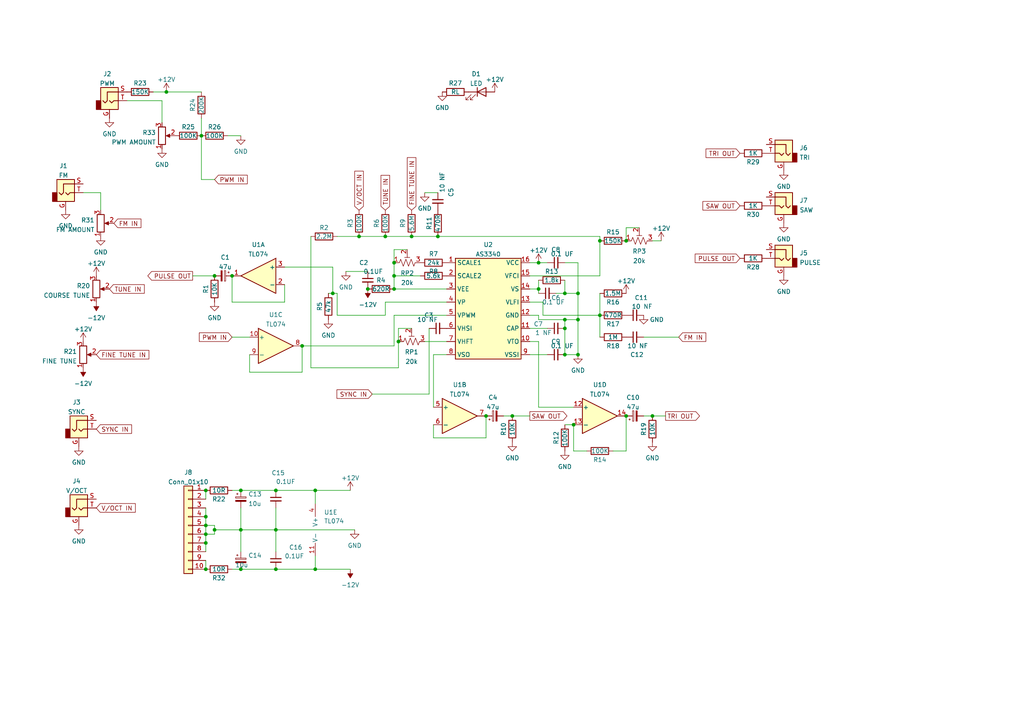
<source format=kicad_sch>
(kicad_sch (version 20230121) (generator eeschema)

  (uuid e63e39d7-6ac0-4ffd-8aa3-1841a4541b55)

  (paper "A4")

  (lib_symbols
    (symbol "Amplifier_Operational:TL074" (pin_names (offset 0.127)) (in_bom yes) (on_board yes)
      (property "Reference" "U" (at 0 5.08 0)
        (effects (font (size 1.27 1.27)) (justify left))
      )
      (property "Value" "TL074" (at 0 -5.08 0)
        (effects (font (size 1.27 1.27)) (justify left))
      )
      (property "Footprint" "" (at -1.27 2.54 0)
        (effects (font (size 1.27 1.27)) hide)
      )
      (property "Datasheet" "http://www.ti.com/lit/ds/symlink/tl071.pdf" (at 1.27 5.08 0)
        (effects (font (size 1.27 1.27)) hide)
      )
      (property "ki_locked" "" (at 0 0 0)
        (effects (font (size 1.27 1.27)))
      )
      (property "ki_keywords" "quad opamp" (at 0 0 0)
        (effects (font (size 1.27 1.27)) hide)
      )
      (property "ki_description" "Quad Low-Noise JFET-Input Operational Amplifiers, DIP-14/SOIC-14" (at 0 0 0)
        (effects (font (size 1.27 1.27)) hide)
      )
      (property "ki_fp_filters" "SOIC*3.9x8.7mm*P1.27mm* DIP*W7.62mm* TSSOP*4.4x5mm*P0.65mm* SSOP*5.3x6.2mm*P0.65mm* MSOP*3x3mm*P0.5mm*" (at 0 0 0)
        (effects (font (size 1.27 1.27)) hide)
      )
      (symbol "TL074_1_1"
        (polyline
          (pts
            (xy -5.08 5.08)
            (xy 5.08 0)
            (xy -5.08 -5.08)
            (xy -5.08 5.08)
          )
          (stroke (width 0.254) (type default))
          (fill (type background))
        )
        (pin output line (at 7.62 0 180) (length 2.54)
          (name "~" (effects (font (size 1.27 1.27))))
          (number "1" (effects (font (size 1.27 1.27))))
        )
        (pin input line (at -7.62 -2.54 0) (length 2.54)
          (name "-" (effects (font (size 1.27 1.27))))
          (number "2" (effects (font (size 1.27 1.27))))
        )
        (pin input line (at -7.62 2.54 0) (length 2.54)
          (name "+" (effects (font (size 1.27 1.27))))
          (number "3" (effects (font (size 1.27 1.27))))
        )
      )
      (symbol "TL074_2_1"
        (polyline
          (pts
            (xy -5.08 5.08)
            (xy 5.08 0)
            (xy -5.08 -5.08)
            (xy -5.08 5.08)
          )
          (stroke (width 0.254) (type default))
          (fill (type background))
        )
        (pin input line (at -7.62 2.54 0) (length 2.54)
          (name "+" (effects (font (size 1.27 1.27))))
          (number "5" (effects (font (size 1.27 1.27))))
        )
        (pin input line (at -7.62 -2.54 0) (length 2.54)
          (name "-" (effects (font (size 1.27 1.27))))
          (number "6" (effects (font (size 1.27 1.27))))
        )
        (pin output line (at 7.62 0 180) (length 2.54)
          (name "~" (effects (font (size 1.27 1.27))))
          (number "7" (effects (font (size 1.27 1.27))))
        )
      )
      (symbol "TL074_3_1"
        (polyline
          (pts
            (xy -5.08 5.08)
            (xy 5.08 0)
            (xy -5.08 -5.08)
            (xy -5.08 5.08)
          )
          (stroke (width 0.254) (type default))
          (fill (type background))
        )
        (pin input line (at -7.62 2.54 0) (length 2.54)
          (name "+" (effects (font (size 1.27 1.27))))
          (number "10" (effects (font (size 1.27 1.27))))
        )
        (pin output line (at 7.62 0 180) (length 2.54)
          (name "~" (effects (font (size 1.27 1.27))))
          (number "8" (effects (font (size 1.27 1.27))))
        )
        (pin input line (at -7.62 -2.54 0) (length 2.54)
          (name "-" (effects (font (size 1.27 1.27))))
          (number "9" (effects (font (size 1.27 1.27))))
        )
      )
      (symbol "TL074_4_1"
        (polyline
          (pts
            (xy -5.08 5.08)
            (xy 5.08 0)
            (xy -5.08 -5.08)
            (xy -5.08 5.08)
          )
          (stroke (width 0.254) (type default))
          (fill (type background))
        )
        (pin input line (at -7.62 2.54 0) (length 2.54)
          (name "+" (effects (font (size 1.27 1.27))))
          (number "12" (effects (font (size 1.27 1.27))))
        )
        (pin input line (at -7.62 -2.54 0) (length 2.54)
          (name "-" (effects (font (size 1.27 1.27))))
          (number "13" (effects (font (size 1.27 1.27))))
        )
        (pin output line (at 7.62 0 180) (length 2.54)
          (name "~" (effects (font (size 1.27 1.27))))
          (number "14" (effects (font (size 1.27 1.27))))
        )
      )
      (symbol "TL074_5_1"
        (pin power_in line (at -2.54 -7.62 90) (length 3.81)
          (name "V-" (effects (font (size 1.27 1.27))))
          (number "11" (effects (font (size 1.27 1.27))))
        )
        (pin power_in line (at -2.54 7.62 270) (length 3.81)
          (name "V+" (effects (font (size 1.27 1.27))))
          (number "4" (effects (font (size 1.27 1.27))))
        )
      )
    )
    (symbol "Audio:AS3340" (in_bom yes) (on_board yes)
      (property "Reference" "U1" (at 2.0194 19.2065 0)
        (effects (font (size 1.27 1.27)) (justify left))
      )
      (property "Value" "AS3340" (at 2.0194 16.4314 0)
        (effects (font (size 1.27 1.27)) (justify left))
      )
      (property "Footprint" "" (at 12.7 -7.62 0)
        (effects (font (size 1.27 1.27)) hide)
      )
      (property "Datasheet" "http://www.alfarzpp.lv/eng/sc/AS3340.pdf" (at 15.24 -11.43 0)
        (effects (font (size 1.27 1.27)) hide)
      )
      (property "ki_keywords" "VCO CEM340 ALFA" (at 0 0 0)
        (effects (font (size 1.27 1.27)) hide)
      )
      (property "ki_description" "Voltage Controlled Oscillator (VCO), DIP-16/SOIC-16" (at 0 0 0)
        (effects (font (size 1.27 1.27)) hide)
      )
      (property "ki_fp_filters" "DIP*W7.62mm* SOIC*3.9x9.9mm*P1.27mm*" (at 0 0 0)
        (effects (font (size 1.27 1.27)) hide)
      )
      (symbol "AS3340_0_1"
        (rectangle (start -10.16 15.24) (end 8.89 -13.97)
          (stroke (width 0.254) (type default))
          (fill (type background))
        )
      )
      (symbol "AS3340_1_1"
        (pin input line (at -12.7 13.97 0) (length 2.54)
          (name "SCALE1" (effects (font (size 1.27 1.27))))
          (number "1" (effects (font (size 1.27 1.27))))
        )
        (pin output line (at 11.43 -8.89 180) (length 2.54)
          (name "VTO" (effects (font (size 1.27 1.27))))
          (number "10" (effects (font (size 1.27 1.27))))
        )
        (pin passive line (at 11.43 -5.08 180) (length 2.54)
          (name "CAP" (effects (font (size 1.27 1.27))))
          (number "11" (effects (font (size 1.27 1.27))))
        )
        (pin power_in line (at 11.43 -1.27 180) (length 2.54)
          (name "GND" (effects (font (size 1.27 1.27))))
          (number "12" (effects (font (size 1.27 1.27))))
        )
        (pin input line (at 11.43 2.54 180) (length 2.54)
          (name "VLFI" (effects (font (size 1.27 1.27))))
          (number "13" (effects (font (size 1.27 1.27))))
        )
        (pin passive line (at 11.43 6.35 180) (length 2.54)
          (name "VS" (effects (font (size 1.27 1.27))))
          (number "14" (effects (font (size 1.27 1.27))))
        )
        (pin input line (at 11.43 10.16 180) (length 2.54)
          (name "VFCI" (effects (font (size 1.27 1.27))))
          (number "15" (effects (font (size 1.27 1.27))))
        )
        (pin power_in line (at 11.43 13.97 180) (length 2.54)
          (name "VCC" (effects (font (size 1.27 1.27))))
          (number "16" (effects (font (size 1.27 1.27))))
        )
        (pin input line (at -12.7 10.16 0) (length 2.54)
          (name "SCALE2" (effects (font (size 1.27 1.27))))
          (number "2" (effects (font (size 1.27 1.27))))
        )
        (pin power_in line (at -12.7 6.35 0) (length 2.54)
          (name "VEE" (effects (font (size 1.27 1.27))))
          (number "3" (effects (font (size 1.27 1.27))))
        )
        (pin output line (at -12.7 2.54 0) (length 2.54)
          (name "VP" (effects (font (size 1.27 1.27))))
          (number "4" (effects (font (size 1.27 1.27))))
        )
        (pin input line (at -12.7 -1.27 0) (length 2.54)
          (name "VPWM" (effects (font (size 1.27 1.27))))
          (number "5" (effects (font (size 1.27 1.27))))
        )
        (pin input line (at -12.7 -5.08 0) (length 2.54)
          (name "VHSI" (effects (font (size 1.27 1.27))))
          (number "6" (effects (font (size 1.27 1.27))))
        )
        (pin input line (at -12.7 -8.89 0) (length 2.54)
          (name "VHFT" (effects (font (size 1.27 1.27))))
          (number "7" (effects (font (size 1.27 1.27))))
        )
        (pin output line (at -12.7 -12.7 0) (length 2.54)
          (name "VSO" (effects (font (size 1.27 1.27))))
          (number "8" (effects (font (size 1.27 1.27))))
        )
        (pin input line (at 11.43 -12.7 180) (length 2.54)
          (name "VSSI" (effects (font (size 1.27 1.27))))
          (number "9" (effects (font (size 1.27 1.27))))
        )
      )
    )
    (symbol "Connector:AudioJack2_Ground" (in_bom yes) (on_board yes)
      (property "Reference" "J" (at 0 8.89 0)
        (effects (font (size 1.27 1.27)))
      )
      (property "Value" "AudioJack2_Ground" (at 0 6.35 0)
        (effects (font (size 1.27 1.27)))
      )
      (property "Footprint" "" (at 0 0 0)
        (effects (font (size 1.27 1.27)) hide)
      )
      (property "Datasheet" "~" (at 0 0 0)
        (effects (font (size 1.27 1.27)) hide)
      )
      (property "ki_keywords" "audio jack receptacle mono phone headphone TS connector" (at 0 0 0)
        (effects (font (size 1.27 1.27)) hide)
      )
      (property "ki_description" "Audio Jack, 2 Poles (Mono / TS), Grounded Sleeve" (at 0 0 0)
        (effects (font (size 1.27 1.27)) hide)
      )
      (property "ki_fp_filters" "Jack*" (at 0 0 0)
        (effects (font (size 1.27 1.27)) hide)
      )
      (symbol "AudioJack2_Ground_0_1"
        (rectangle (start -2.54 -2.54) (end -3.81 0)
          (stroke (width 0.254) (type default))
          (fill (type outline))
        )
        (polyline
          (pts
            (xy 0 0)
            (xy 0.635 -0.635)
            (xy 1.27 0)
            (xy 2.54 0)
          )
          (stroke (width 0.254) (type default))
          (fill (type none))
        )
        (polyline
          (pts
            (xy 2.54 2.54)
            (xy -0.635 2.54)
            (xy -0.635 0)
            (xy -1.27 -0.635)
            (xy -1.905 0)
          )
          (stroke (width 0.254) (type default))
          (fill (type none))
        )
        (rectangle (start 2.54 3.81) (end -2.54 -2.54)
          (stroke (width 0.254) (type default))
          (fill (type background))
        )
      )
      (symbol "AudioJack2_Ground_1_1"
        (pin passive line (at 0 -5.08 90) (length 2.54)
          (name "~" (effects (font (size 1.27 1.27))))
          (number "G" (effects (font (size 1.27 1.27))))
        )
        (pin passive line (at 5.08 2.54 180) (length 2.54)
          (name "~" (effects (font (size 1.27 1.27))))
          (number "S" (effects (font (size 1.27 1.27))))
        )
        (pin passive line (at 5.08 0 180) (length 2.54)
          (name "~" (effects (font (size 1.27 1.27))))
          (number "T" (effects (font (size 1.27 1.27))))
        )
      )
    )
    (symbol "Connector_Generic:Conn_01x10" (pin_names (offset 1.016) hide) (in_bom yes) (on_board yes)
      (property "Reference" "J" (at 0 12.7 0)
        (effects (font (size 1.27 1.27)))
      )
      (property "Value" "Conn_01x10" (at 0 -15.24 0)
        (effects (font (size 1.27 1.27)))
      )
      (property "Footprint" "" (at 0 0 0)
        (effects (font (size 1.27 1.27)) hide)
      )
      (property "Datasheet" "~" (at 0 0 0)
        (effects (font (size 1.27 1.27)) hide)
      )
      (property "ki_keywords" "connector" (at 0 0 0)
        (effects (font (size 1.27 1.27)) hide)
      )
      (property "ki_description" "Generic connector, single row, 01x10, script generated (kicad-library-utils/schlib/autogen/connector/)" (at 0 0 0)
        (effects (font (size 1.27 1.27)) hide)
      )
      (property "ki_fp_filters" "Connector*:*_1x??_*" (at 0 0 0)
        (effects (font (size 1.27 1.27)) hide)
      )
      (symbol "Conn_01x10_1_1"
        (rectangle (start -1.27 -12.573) (end 0 -12.827)
          (stroke (width 0.1524) (type default))
          (fill (type none))
        )
        (rectangle (start -1.27 -10.033) (end 0 -10.287)
          (stroke (width 0.1524) (type default))
          (fill (type none))
        )
        (rectangle (start -1.27 -7.493) (end 0 -7.747)
          (stroke (width 0.1524) (type default))
          (fill (type none))
        )
        (rectangle (start -1.27 -4.953) (end 0 -5.207)
          (stroke (width 0.1524) (type default))
          (fill (type none))
        )
        (rectangle (start -1.27 -2.413) (end 0 -2.667)
          (stroke (width 0.1524) (type default))
          (fill (type none))
        )
        (rectangle (start -1.27 0.127) (end 0 -0.127)
          (stroke (width 0.1524) (type default))
          (fill (type none))
        )
        (rectangle (start -1.27 2.667) (end 0 2.413)
          (stroke (width 0.1524) (type default))
          (fill (type none))
        )
        (rectangle (start -1.27 5.207) (end 0 4.953)
          (stroke (width 0.1524) (type default))
          (fill (type none))
        )
        (rectangle (start -1.27 7.747) (end 0 7.493)
          (stroke (width 0.1524) (type default))
          (fill (type none))
        )
        (rectangle (start -1.27 10.287) (end 0 10.033)
          (stroke (width 0.1524) (type default))
          (fill (type none))
        )
        (rectangle (start -1.27 11.43) (end 1.27 -13.97)
          (stroke (width 0.254) (type default))
          (fill (type background))
        )
        (pin passive line (at -5.08 10.16 0) (length 3.81)
          (name "Pin_1" (effects (font (size 1.27 1.27))))
          (number "1" (effects (font (size 1.27 1.27))))
        )
        (pin passive line (at -5.08 -12.7 0) (length 3.81)
          (name "Pin_10" (effects (font (size 1.27 1.27))))
          (number "10" (effects (font (size 1.27 1.27))))
        )
        (pin passive line (at -5.08 7.62 0) (length 3.81)
          (name "Pin_2" (effects (font (size 1.27 1.27))))
          (number "2" (effects (font (size 1.27 1.27))))
        )
        (pin passive line (at -5.08 5.08 0) (length 3.81)
          (name "Pin_3" (effects (font (size 1.27 1.27))))
          (number "3" (effects (font (size 1.27 1.27))))
        )
        (pin passive line (at -5.08 2.54 0) (length 3.81)
          (name "Pin_4" (effects (font (size 1.27 1.27))))
          (number "4" (effects (font (size 1.27 1.27))))
        )
        (pin passive line (at -5.08 0 0) (length 3.81)
          (name "Pin_5" (effects (font (size 1.27 1.27))))
          (number "5" (effects (font (size 1.27 1.27))))
        )
        (pin passive line (at -5.08 -2.54 0) (length 3.81)
          (name "Pin_6" (effects (font (size 1.27 1.27))))
          (number "6" (effects (font (size 1.27 1.27))))
        )
        (pin passive line (at -5.08 -5.08 0) (length 3.81)
          (name "Pin_7" (effects (font (size 1.27 1.27))))
          (number "7" (effects (font (size 1.27 1.27))))
        )
        (pin passive line (at -5.08 -7.62 0) (length 3.81)
          (name "Pin_8" (effects (font (size 1.27 1.27))))
          (number "8" (effects (font (size 1.27 1.27))))
        )
        (pin passive line (at -5.08 -10.16 0) (length 3.81)
          (name "Pin_9" (effects (font (size 1.27 1.27))))
          (number "9" (effects (font (size 1.27 1.27))))
        )
      )
    )
    (symbol "Device:C_Polarized_Small" (pin_numbers hide) (pin_names (offset 0.254) hide) (in_bom yes) (on_board yes)
      (property "Reference" "C" (at 0.254 1.778 0)
        (effects (font (size 1.27 1.27)) (justify left))
      )
      (property "Value" "C_Polarized_Small" (at 0.254 -2.032 0)
        (effects (font (size 1.27 1.27)) (justify left))
      )
      (property "Footprint" "" (at 0 0 0)
        (effects (font (size 1.27 1.27)) hide)
      )
      (property "Datasheet" "~" (at 0 0 0)
        (effects (font (size 1.27 1.27)) hide)
      )
      (property "ki_keywords" "cap capacitor" (at 0 0 0)
        (effects (font (size 1.27 1.27)) hide)
      )
      (property "ki_description" "Polarized capacitor, small symbol" (at 0 0 0)
        (effects (font (size 1.27 1.27)) hide)
      )
      (property "ki_fp_filters" "CP_*" (at 0 0 0)
        (effects (font (size 1.27 1.27)) hide)
      )
      (symbol "C_Polarized_Small_0_1"
        (rectangle (start -1.524 -0.3048) (end 1.524 -0.6858)
          (stroke (width 0) (type default))
          (fill (type outline))
        )
        (rectangle (start -1.524 0.6858) (end 1.524 0.3048)
          (stroke (width 0) (type default))
          (fill (type none))
        )
        (polyline
          (pts
            (xy -1.27 1.524)
            (xy -0.762 1.524)
          )
          (stroke (width 0) (type default))
          (fill (type none))
        )
        (polyline
          (pts
            (xy -1.016 1.27)
            (xy -1.016 1.778)
          )
          (stroke (width 0) (type default))
          (fill (type none))
        )
      )
      (symbol "C_Polarized_Small_1_1"
        (pin passive line (at 0 2.54 270) (length 1.8542)
          (name "~" (effects (font (size 1.27 1.27))))
          (number "1" (effects (font (size 1.27 1.27))))
        )
        (pin passive line (at 0 -2.54 90) (length 1.8542)
          (name "~" (effects (font (size 1.27 1.27))))
          (number "2" (effects (font (size 1.27 1.27))))
        )
      )
    )
    (symbol "Device:C_Small" (pin_numbers hide) (pin_names (offset 0.254) hide) (in_bom yes) (on_board yes)
      (property "Reference" "C" (at 0.254 1.778 0)
        (effects (font (size 1.27 1.27)) (justify left))
      )
      (property "Value" "C_Small" (at 0.254 -2.032 0)
        (effects (font (size 1.27 1.27)) (justify left))
      )
      (property "Footprint" "" (at 0 0 0)
        (effects (font (size 1.27 1.27)) hide)
      )
      (property "Datasheet" "~" (at 0 0 0)
        (effects (font (size 1.27 1.27)) hide)
      )
      (property "ki_keywords" "capacitor cap" (at 0 0 0)
        (effects (font (size 1.27 1.27)) hide)
      )
      (property "ki_description" "Unpolarized capacitor, small symbol" (at 0 0 0)
        (effects (font (size 1.27 1.27)) hide)
      )
      (property "ki_fp_filters" "C_*" (at 0 0 0)
        (effects (font (size 1.27 1.27)) hide)
      )
      (symbol "C_Small_0_1"
        (polyline
          (pts
            (xy -1.524 -0.508)
            (xy 1.524 -0.508)
          )
          (stroke (width 0.3302) (type default))
          (fill (type none))
        )
        (polyline
          (pts
            (xy -1.524 0.508)
            (xy 1.524 0.508)
          )
          (stroke (width 0.3048) (type default))
          (fill (type none))
        )
      )
      (symbol "C_Small_1_1"
        (pin passive line (at 0 2.54 270) (length 2.032)
          (name "~" (effects (font (size 1.27 1.27))))
          (number "1" (effects (font (size 1.27 1.27))))
        )
        (pin passive line (at 0 -2.54 90) (length 2.032)
          (name "~" (effects (font (size 1.27 1.27))))
          (number "2" (effects (font (size 1.27 1.27))))
        )
      )
    )
    (symbol "Device:LED" (pin_numbers hide) (pin_names (offset 1.016) hide) (in_bom yes) (on_board yes)
      (property "Reference" "D" (at 0 2.54 0)
        (effects (font (size 1.27 1.27)))
      )
      (property "Value" "LED" (at 0 -2.54 0)
        (effects (font (size 1.27 1.27)))
      )
      (property "Footprint" "" (at 0 0 0)
        (effects (font (size 1.27 1.27)) hide)
      )
      (property "Datasheet" "~" (at 0 0 0)
        (effects (font (size 1.27 1.27)) hide)
      )
      (property "ki_keywords" "LED diode" (at 0 0 0)
        (effects (font (size 1.27 1.27)) hide)
      )
      (property "ki_description" "Light emitting diode" (at 0 0 0)
        (effects (font (size 1.27 1.27)) hide)
      )
      (property "ki_fp_filters" "LED* LED_SMD:* LED_THT:*" (at 0 0 0)
        (effects (font (size 1.27 1.27)) hide)
      )
      (symbol "LED_0_1"
        (polyline
          (pts
            (xy -1.27 -1.27)
            (xy -1.27 1.27)
          )
          (stroke (width 0.254) (type default))
          (fill (type none))
        )
        (polyline
          (pts
            (xy -1.27 0)
            (xy 1.27 0)
          )
          (stroke (width 0) (type default))
          (fill (type none))
        )
        (polyline
          (pts
            (xy 1.27 -1.27)
            (xy 1.27 1.27)
            (xy -1.27 0)
            (xy 1.27 -1.27)
          )
          (stroke (width 0.254) (type default))
          (fill (type none))
        )
        (polyline
          (pts
            (xy -3.048 -0.762)
            (xy -4.572 -2.286)
            (xy -3.81 -2.286)
            (xy -4.572 -2.286)
            (xy -4.572 -1.524)
          )
          (stroke (width 0) (type default))
          (fill (type none))
        )
        (polyline
          (pts
            (xy -1.778 -0.762)
            (xy -3.302 -2.286)
            (xy -2.54 -2.286)
            (xy -3.302 -2.286)
            (xy -3.302 -1.524)
          )
          (stroke (width 0) (type default))
          (fill (type none))
        )
      )
      (symbol "LED_1_1"
        (pin passive line (at -3.81 0 0) (length 2.54)
          (name "K" (effects (font (size 1.27 1.27))))
          (number "1" (effects (font (size 1.27 1.27))))
        )
        (pin passive line (at 3.81 0 180) (length 2.54)
          (name "A" (effects (font (size 1.27 1.27))))
          (number "2" (effects (font (size 1.27 1.27))))
        )
      )
    )
    (symbol "Device:R" (pin_numbers hide) (pin_names (offset 0)) (in_bom yes) (on_board yes)
      (property "Reference" "R" (at 2.032 0 90)
        (effects (font (size 1.27 1.27)))
      )
      (property "Value" "R" (at 0 0 90)
        (effects (font (size 1.27 1.27)))
      )
      (property "Footprint" "" (at -1.778 0 90)
        (effects (font (size 1.27 1.27)) hide)
      )
      (property "Datasheet" "~" (at 0 0 0)
        (effects (font (size 1.27 1.27)) hide)
      )
      (property "ki_keywords" "R res resistor" (at 0 0 0)
        (effects (font (size 1.27 1.27)) hide)
      )
      (property "ki_description" "Resistor" (at 0 0 0)
        (effects (font (size 1.27 1.27)) hide)
      )
      (property "ki_fp_filters" "R_*" (at 0 0 0)
        (effects (font (size 1.27 1.27)) hide)
      )
      (symbol "R_0_1"
        (rectangle (start -1.016 -2.54) (end 1.016 2.54)
          (stroke (width 0.254) (type default))
          (fill (type none))
        )
      )
      (symbol "R_1_1"
        (pin passive line (at 0 3.81 270) (length 1.27)
          (name "~" (effects (font (size 1.27 1.27))))
          (number "1" (effects (font (size 1.27 1.27))))
        )
        (pin passive line (at 0 -3.81 90) (length 1.27)
          (name "~" (effects (font (size 1.27 1.27))))
          (number "2" (effects (font (size 1.27 1.27))))
        )
      )
    )
    (symbol "Device:R_Potentiometer" (pin_names (offset 1.016) hide) (in_bom yes) (on_board yes)
      (property "Reference" "RV" (at -4.445 0 90)
        (effects (font (size 1.27 1.27)))
      )
      (property "Value" "R_Potentiometer" (at -2.54 0 90)
        (effects (font (size 1.27 1.27)))
      )
      (property "Footprint" "" (at 0 0 0)
        (effects (font (size 1.27 1.27)) hide)
      )
      (property "Datasheet" "~" (at 0 0 0)
        (effects (font (size 1.27 1.27)) hide)
      )
      (property "ki_keywords" "resistor variable" (at 0 0 0)
        (effects (font (size 1.27 1.27)) hide)
      )
      (property "ki_description" "Potentiometer" (at 0 0 0)
        (effects (font (size 1.27 1.27)) hide)
      )
      (property "ki_fp_filters" "Potentiometer*" (at 0 0 0)
        (effects (font (size 1.27 1.27)) hide)
      )
      (symbol "R_Potentiometer_0_1"
        (polyline
          (pts
            (xy 2.54 0)
            (xy 1.524 0)
          )
          (stroke (width 0) (type default))
          (fill (type none))
        )
        (polyline
          (pts
            (xy 1.143 0)
            (xy 2.286 0.508)
            (xy 2.286 -0.508)
            (xy 1.143 0)
          )
          (stroke (width 0) (type default))
          (fill (type outline))
        )
        (rectangle (start 1.016 2.54) (end -1.016 -2.54)
          (stroke (width 0.254) (type default))
          (fill (type none))
        )
      )
      (symbol "R_Potentiometer_1_1"
        (pin passive line (at 0 3.81 270) (length 1.27)
          (name "1" (effects (font (size 1.27 1.27))))
          (number "1" (effects (font (size 1.27 1.27))))
        )
        (pin passive line (at 3.81 0 180) (length 1.27)
          (name "2" (effects (font (size 1.27 1.27))))
          (number "2" (effects (font (size 1.27 1.27))))
        )
        (pin passive line (at 0 -3.81 90) (length 1.27)
          (name "3" (effects (font (size 1.27 1.27))))
          (number "3" (effects (font (size 1.27 1.27))))
        )
      )
    )
    (symbol "Device:R_Potentiometer_Trim_US" (pin_names (offset 1.016) hide) (in_bom yes) (on_board yes)
      (property "Reference" "RV" (at -4.445 0 90)
        (effects (font (size 1.27 1.27)))
      )
      (property "Value" "R_Potentiometer_Trim_US" (at -2.54 0 90)
        (effects (font (size 1.27 1.27)))
      )
      (property "Footprint" "" (at 0 0 0)
        (effects (font (size 1.27 1.27)) hide)
      )
      (property "Datasheet" "~" (at 0 0 0)
        (effects (font (size 1.27 1.27)) hide)
      )
      (property "ki_keywords" "resistor variable trimpot trimmer" (at 0 0 0)
        (effects (font (size 1.27 1.27)) hide)
      )
      (property "ki_description" "Trim-potentiometer, US symbol" (at 0 0 0)
        (effects (font (size 1.27 1.27)) hide)
      )
      (property "ki_fp_filters" "Potentiometer*" (at 0 0 0)
        (effects (font (size 1.27 1.27)) hide)
      )
      (symbol "R_Potentiometer_Trim_US_0_1"
        (polyline
          (pts
            (xy 0 -2.286)
            (xy 0 -2.54)
          )
          (stroke (width 0) (type default))
          (fill (type none))
        )
        (polyline
          (pts
            (xy 0 2.286)
            (xy 0 2.54)
          )
          (stroke (width 0) (type default))
          (fill (type none))
        )
        (polyline
          (pts
            (xy 1.524 0.762)
            (xy 1.524 -0.762)
          )
          (stroke (width 0) (type default))
          (fill (type none))
        )
        (polyline
          (pts
            (xy 2.54 0)
            (xy 1.524 0)
          )
          (stroke (width 0) (type default))
          (fill (type none))
        )
        (polyline
          (pts
            (xy 0 -0.762)
            (xy 1.016 -1.143)
            (xy 0 -1.524)
            (xy -1.016 -1.905)
            (xy 0 -2.286)
          )
          (stroke (width 0) (type default))
          (fill (type none))
        )
        (polyline
          (pts
            (xy 0 0.762)
            (xy 1.016 0.381)
            (xy 0 0)
            (xy -1.016 -0.381)
            (xy 0 -0.762)
          )
          (stroke (width 0) (type default))
          (fill (type none))
        )
        (polyline
          (pts
            (xy 0 2.286)
            (xy 1.016 1.905)
            (xy 0 1.524)
            (xy -1.016 1.143)
            (xy 0 0.762)
          )
          (stroke (width 0) (type default))
          (fill (type none))
        )
      )
      (symbol "R_Potentiometer_Trim_US_1_1"
        (pin passive line (at 0 3.81 270) (length 1.27)
          (name "1" (effects (font (size 1.27 1.27))))
          (number "1" (effects (font (size 1.27 1.27))))
        )
        (pin passive line (at 3.81 0 180) (length 1.27)
          (name "2" (effects (font (size 1.27 1.27))))
          (number "2" (effects (font (size 1.27 1.27))))
        )
        (pin passive line (at 0 -3.81 90) (length 1.27)
          (name "3" (effects (font (size 1.27 1.27))))
          (number "3" (effects (font (size 1.27 1.27))))
        )
      )
    )
    (symbol "power:+12V" (power) (pin_names (offset 0)) (in_bom yes) (on_board yes)
      (property "Reference" "#PWR" (at 0 -3.81 0)
        (effects (font (size 1.27 1.27)) hide)
      )
      (property "Value" "+12V" (at 0 3.556 0)
        (effects (font (size 1.27 1.27)))
      )
      (property "Footprint" "" (at 0 0 0)
        (effects (font (size 1.27 1.27)) hide)
      )
      (property "Datasheet" "" (at 0 0 0)
        (effects (font (size 1.27 1.27)) hide)
      )
      (property "ki_keywords" "power-flag" (at 0 0 0)
        (effects (font (size 1.27 1.27)) hide)
      )
      (property "ki_description" "Power symbol creates a global label with name \"+12V\"" (at 0 0 0)
        (effects (font (size 1.27 1.27)) hide)
      )
      (symbol "+12V_0_1"
        (polyline
          (pts
            (xy -0.762 1.27)
            (xy 0 2.54)
          )
          (stroke (width 0) (type default))
          (fill (type none))
        )
        (polyline
          (pts
            (xy 0 0)
            (xy 0 2.54)
          )
          (stroke (width 0) (type default))
          (fill (type none))
        )
        (polyline
          (pts
            (xy 0 2.54)
            (xy 0.762 1.27)
          )
          (stroke (width 0) (type default))
          (fill (type none))
        )
      )
      (symbol "+12V_1_1"
        (pin power_in line (at 0 0 90) (length 0) hide
          (name "+12V" (effects (font (size 1.27 1.27))))
          (number "1" (effects (font (size 1.27 1.27))))
        )
      )
    )
    (symbol "power:-12V" (power) (pin_names (offset 0)) (in_bom yes) (on_board yes)
      (property "Reference" "#PWR" (at 0 2.54 0)
        (effects (font (size 1.27 1.27)) hide)
      )
      (property "Value" "-12V" (at 0 3.81 0)
        (effects (font (size 1.27 1.27)))
      )
      (property "Footprint" "" (at 0 0 0)
        (effects (font (size 1.27 1.27)) hide)
      )
      (property "Datasheet" "" (at 0 0 0)
        (effects (font (size 1.27 1.27)) hide)
      )
      (property "ki_keywords" "power-flag" (at 0 0 0)
        (effects (font (size 1.27 1.27)) hide)
      )
      (property "ki_description" "Power symbol creates a global label with name \"-12V\"" (at 0 0 0)
        (effects (font (size 1.27 1.27)) hide)
      )
      (symbol "-12V_0_0"
        (pin power_in line (at 0 0 90) (length 0) hide
          (name "-12V" (effects (font (size 1.27 1.27))))
          (number "1" (effects (font (size 1.27 1.27))))
        )
      )
      (symbol "-12V_0_1"
        (polyline
          (pts
            (xy 0 0)
            (xy 0 1.27)
            (xy 0.762 1.27)
            (xy 0 2.54)
            (xy -0.762 1.27)
            (xy 0 1.27)
          )
          (stroke (width 0) (type default))
          (fill (type outline))
        )
      )
    )
    (symbol "power:GND" (power) (pin_names (offset 0)) (in_bom yes) (on_board yes)
      (property "Reference" "#PWR" (at 0 -6.35 0)
        (effects (font (size 1.27 1.27)) hide)
      )
      (property "Value" "GND" (at 0 -3.81 0)
        (effects (font (size 1.27 1.27)))
      )
      (property "Footprint" "" (at 0 0 0)
        (effects (font (size 1.27 1.27)) hide)
      )
      (property "Datasheet" "" (at 0 0 0)
        (effects (font (size 1.27 1.27)) hide)
      )
      (property "ki_keywords" "power-flag" (at 0 0 0)
        (effects (font (size 1.27 1.27)) hide)
      )
      (property "ki_description" "Power symbol creates a global label with name \"GND\" , ground" (at 0 0 0)
        (effects (font (size 1.27 1.27)) hide)
      )
      (symbol "GND_0_1"
        (polyline
          (pts
            (xy 0 0)
            (xy 0 -1.27)
            (xy 1.27 -1.27)
            (xy 0 -2.54)
            (xy -1.27 -1.27)
            (xy 0 -1.27)
          )
          (stroke (width 0) (type default))
          (fill (type none))
        )
      )
      (symbol "GND_1_1"
        (pin power_in line (at 0 0 270) (length 0) hide
          (name "GND" (effects (font (size 1.27 1.27))))
          (number "1" (effects (font (size 1.27 1.27))))
        )
      )
    )
  )

  (junction (at 48.26 26.67) (diameter 0) (color 0 0 0 0)
    (uuid 096ec920-662f-4322-9aa4-c6ea117ab043)
  )
  (junction (at 148.59 120.65) (diameter 0) (color 0 0 0 0)
    (uuid 0a75cf42-fc52-4d4a-817c-cf06381d14d5)
  )
  (junction (at 69.85 142.24) (diameter 0) (color 0 0 0 0)
    (uuid 0ae79a38-d86c-4c17-8116-71be6c68f7a3)
  )
  (junction (at 181.61 120.65) (diameter 0) (color 0 0 0 0)
    (uuid 1daae712-d629-42bd-a9fe-23075f14b716)
  )
  (junction (at 163.83 85.09) (diameter 0) (color 0 0 0 0)
    (uuid 2308a1f2-40bd-4a57-bec2-feb6383f5c28)
  )
  (junction (at 173.99 69.85) (diameter 0) (color 0 0 0 0)
    (uuid 2431c9b0-d63a-47e8-bab3-9bd35600011e)
  )
  (junction (at 167.64 85.09) (diameter 0) (color 0 0 0 0)
    (uuid 24600bc4-e6d7-4cd6-9c13-253dbad29dc4)
  )
  (junction (at 115.57 99.06) (diameter 0) (color 0 0 0 0)
    (uuid 27d47769-1db8-421a-9f4e-fa8cdfc1e895)
  )
  (junction (at 59.69 165.1) (diameter 0) (color 0 0 0 0)
    (uuid 338dc610-83e3-486e-80af-7deadd8d2735)
  )
  (junction (at 80.01 142.24) (diameter 0) (color 0 0 0 0)
    (uuid 34f95694-b437-44d8-aa35-c7d295f1b93d)
  )
  (junction (at 59.69 157.48) (diameter 0) (color 0 0 0 0)
    (uuid 352b0a7d-3f24-4a0b-a3df-fdd93f6b208f)
  )
  (junction (at 58.42 39.37) (diameter 0) (color 0 0 0 0)
    (uuid 390413ba-714b-4221-8395-4cc43b9a89c4)
  )
  (junction (at 140.97 120.65) (diameter 0) (color 0 0 0 0)
    (uuid 39debd70-bd18-4adf-b74f-e76a8ba24046)
  )
  (junction (at 91.44 142.24) (diameter 0) (color 0 0 0 0)
    (uuid 42d7007b-92ef-471e-b485-f15bb2f8d8d3)
  )
  (junction (at 173.99 91.44) (diameter 0) (color 0 0 0 0)
    (uuid 461c6474-045f-4896-a451-6ae76cba7cb8)
  )
  (junction (at 59.69 149.86) (diameter 0) (color 0 0 0 0)
    (uuid 4709c8c0-c285-4179-80d8-1c68c6b4b1ab)
  )
  (junction (at 119.38 68.58) (diameter 0) (color 0 0 0 0)
    (uuid 49660d4a-cb2f-4f6f-b1a7-eaaaba3d3ee5)
  )
  (junction (at 163.83 92.71) (diameter 0) (color 0 0 0 0)
    (uuid 4a11142e-1c8b-45f6-8828-f013379f9fc1)
  )
  (junction (at 104.14 68.58) (diameter 0) (color 0 0 0 0)
    (uuid 590184b7-f1ac-4fbd-8731-2538a6554818)
  )
  (junction (at 59.69 154.94) (diameter 0) (color 0 0 0 0)
    (uuid 5ceea8f2-f416-4c6d-9821-df752bd8836c)
  )
  (junction (at 59.69 152.4) (diameter 0) (color 0 0 0 0)
    (uuid 6315b159-71f7-4faa-954d-f775bc821c86)
  )
  (junction (at 80.01 153.67) (diameter 0) (color 0 0 0 0)
    (uuid 68537c83-5eb7-48a3-8f0d-8157769f70ed)
  )
  (junction (at 156.21 76.2) (diameter 0) (color 0 0 0 0)
    (uuid 68af8720-6fbf-48e9-b022-4592ecfebaa6)
  )
  (junction (at 106.68 83.82) (diameter 0) (color 0 0 0 0)
    (uuid 6a16ba7e-03e2-4f6e-99d7-0660a9e30166)
  )
  (junction (at 156.21 83.82) (diameter 0) (color 0 0 0 0)
    (uuid 6c0d9529-277b-4f01-a4fe-dce8b2f74636)
  )
  (junction (at 166.37 123.19) (diameter 0) (color 0 0 0 0)
    (uuid 73ccde9f-f9f8-489f-bc7c-75aefe833187)
  )
  (junction (at 167.64 102.87) (diameter 0) (color 0 0 0 0)
    (uuid 7c8221d1-a02a-4e46-b94f-2fa722615a31)
  )
  (junction (at 189.23 120.65) (diameter 0) (color 0 0 0 0)
    (uuid 82f69fb8-2861-4b41-a5cb-6d1117a2fb53)
  )
  (junction (at 62.23 80.01) (diameter 0) (color 0 0 0 0)
    (uuid 9a0b3ff0-6f4a-4bd3-a3e1-7005ceccee4c)
  )
  (junction (at 59.69 142.24) (diameter 0) (color 0 0 0 0)
    (uuid 9aa3e963-39ab-496e-ac29-6b829065b756)
  )
  (junction (at 80.01 165.1) (diameter 0) (color 0 0 0 0)
    (uuid a2469020-1a1e-4ca5-84f5-927d10e7617d)
  )
  (junction (at 111.76 68.58) (diameter 0) (color 0 0 0 0)
    (uuid ab56cddf-08fd-4d14-b55f-d57223e1e970)
  )
  (junction (at 91.44 165.1) (diameter 0) (color 0 0 0 0)
    (uuid aeb92ead-b905-4091-9e38-3e678d497666)
  )
  (junction (at 96.52 85.09) (diameter 0) (color 0 0 0 0)
    (uuid b348bce1-d021-46b5-997d-f6827a1d5bce)
  )
  (junction (at 69.85 165.1) (diameter 0) (color 0 0 0 0)
    (uuid b694578d-3c0d-427b-beb2-7c4507c037b5)
  )
  (junction (at 127 68.58) (diameter 0) (color 0 0 0 0)
    (uuid b73dbc3d-3b6e-4904-9e16-bb96f82f896f)
  )
  (junction (at 87.63 100.33) (diameter 0) (color 0 0 0 0)
    (uuid c043c4d7-7920-444d-8736-0ae487300efc)
  )
  (junction (at 163.83 102.87) (diameter 0) (color 0 0 0 0)
    (uuid c2641110-297e-485e-be1e-785e80d7a64f)
  )
  (junction (at 67.31 80.01) (diameter 0) (color 0 0 0 0)
    (uuid cd203abb-073a-46f6-9674-c0219cdcaec2)
  )
  (junction (at 69.85 153.67) (diameter 0) (color 0 0 0 0)
    (uuid d1f6703a-1312-4dfa-9b04-cb25fb7cfd11)
  )
  (junction (at 114.3 80.01) (diameter 0) (color 0 0 0 0)
    (uuid da533c10-61cd-43f6-8693-6fabbad8e5ae)
  )
  (junction (at 181.61 69.85) (diameter 0) (color 0 0 0 0)
    (uuid dc5d330f-8d7d-44c6-8399-103c02eb3183)
  )
  (junction (at 163.83 95.25) (diameter 0) (color 0 0 0 0)
    (uuid ddf9e8ac-3daf-4799-8ceb-8c0df918f3ef)
  )
  (junction (at 114.3 76.2) (diameter 0) (color 0 0 0 0)
    (uuid de3e0360-43de-4202-9d6f-ea75c79b80cf)
  )
  (junction (at 114.3 83.82) (diameter 0) (color 0 0 0 0)
    (uuid e25cbb5c-ef7c-49b0-9487-b7cf9792b6ff)
  )
  (junction (at 167.64 92.71) (diameter 0) (color 0 0 0 0)
    (uuid e2b714a1-962a-4abe-ae68-73383ffa91fd)
  )
  (junction (at 62.23 153.67) (diameter 0) (color 0 0 0 0)
    (uuid fb30e0ec-81a8-4853-b1c9-9c25ed819bef)
  )

  (wire (pts (xy 97.79 68.58) (xy 104.14 68.58))
    (stroke (width 0) (type default))
    (uuid 0314a411-1377-457d-8be5-3f804b7aac77)
  )
  (wire (pts (xy 80.01 147.32) (xy 80.01 153.67))
    (stroke (width 0) (type default))
    (uuid 0820861b-f8fd-40ae-9114-4ca2a69580f3)
  )
  (wire (pts (xy 91.44 161.29) (xy 91.44 165.1))
    (stroke (width 0) (type default))
    (uuid 0831d692-8a08-4da7-bd9a-727aed569f65)
  )
  (wire (pts (xy 156.21 91.44) (xy 156.21 92.71))
    (stroke (width 0) (type default))
    (uuid 0adb29c9-ed06-4560-b37d-0ec44c889802)
  )
  (wire (pts (xy 167.64 85.09) (xy 167.64 92.71))
    (stroke (width 0) (type default))
    (uuid 0ccba58d-e7c5-4563-807a-43c19d9a37df)
  )
  (wire (pts (xy 124.46 95.25) (xy 124.46 114.3))
    (stroke (width 0) (type default))
    (uuid 0d1b1c98-432e-491f-8ec2-c6cf00b93062)
  )
  (wire (pts (xy 82.55 82.55) (xy 82.55 87.63))
    (stroke (width 0) (type default))
    (uuid 10376b05-7298-4702-ab3c-90e2d2643150)
  )
  (wire (pts (xy 114.3 83.82) (xy 129.54 83.82))
    (stroke (width 0) (type default))
    (uuid 11ccc6fe-9a80-4bc1-a5ef-f2736e756309)
  )
  (wire (pts (xy 59.69 154.94) (xy 59.69 157.48))
    (stroke (width 0) (type default))
    (uuid 1360c45e-a323-4701-bbd5-3356d317c548)
  )
  (wire (pts (xy 97.79 91.44) (xy 97.79 85.09))
    (stroke (width 0) (type default))
    (uuid 14071eeb-5f75-446e-94cf-07fb6dbfb9b1)
  )
  (wire (pts (xy 118.11 72.39) (xy 114.3 72.39))
    (stroke (width 0) (type default))
    (uuid 14833a26-83de-4325-b133-e7239e26b1fa)
  )
  (wire (pts (xy 163.83 102.87) (xy 167.64 102.87))
    (stroke (width 0) (type default))
    (uuid 1766b550-5cc1-4e73-a35b-d996f5c1a34f)
  )
  (wire (pts (xy 125.73 102.87) (xy 125.73 118.11))
    (stroke (width 0) (type default))
    (uuid 17b4b0ed-fe6a-4efc-b75b-78e1f1592d24)
  )
  (wire (pts (xy 104.14 68.58) (xy 111.76 68.58))
    (stroke (width 0) (type default))
    (uuid 18b5c243-887a-4f3c-b89f-d301346881a5)
  )
  (wire (pts (xy 69.85 153.67) (xy 69.85 160.02))
    (stroke (width 0) (type default))
    (uuid 18e79091-6d3e-4b3e-9f2a-81a648c4bd4c)
  )
  (wire (pts (xy 69.85 153.67) (xy 80.01 153.67))
    (stroke (width 0) (type default))
    (uuid 1cff7d84-da09-4423-ae6b-ca0acefbede1)
  )
  (wire (pts (xy 115.57 95.25) (xy 115.57 99.06))
    (stroke (width 0) (type default))
    (uuid 1ffb8761-7757-4dae-90dd-5ccb207fbadb)
  )
  (wire (pts (xy 44.45 26.67) (xy 48.26 26.67))
    (stroke (width 0) (type default))
    (uuid 23b2b5d0-7774-41a2-9066-9d8db90a689f)
  )
  (wire (pts (xy 148.59 120.65) (xy 146.05 120.65))
    (stroke (width 0) (type default))
    (uuid 271fd9c7-fa37-41a4-baac-a1b959041532)
  )
  (wire (pts (xy 156.21 83.82) (xy 156.21 85.09))
    (stroke (width 0) (type default))
    (uuid 2b02489e-f184-4bbf-b000-4452b895cd9d)
  )
  (wire (pts (xy 59.69 154.94) (xy 62.23 154.94))
    (stroke (width 0) (type default))
    (uuid 2e65550c-5d47-4075-a364-e93cc9eff1cb)
  )
  (wire (pts (xy 129.54 91.44) (xy 114.3 91.44))
    (stroke (width 0) (type default))
    (uuid 3069d812-e9c4-4814-9c32-fb98585dae2a)
  )
  (wire (pts (xy 115.57 106.68) (xy 90.17 106.68))
    (stroke (width 0) (type default))
    (uuid 376ca853-26e7-4bfe-b337-1455a61b2bf5)
  )
  (wire (pts (xy 62.23 152.4) (xy 59.69 152.4))
    (stroke (width 0) (type default))
    (uuid 397fe221-b63c-4a51-aaef-a5ee5bab321d)
  )
  (wire (pts (xy 58.42 39.37) (xy 58.42 52.07))
    (stroke (width 0) (type default))
    (uuid 3ab8f1b7-4a94-4b5c-8fdf-12d4455916c1)
  )
  (wire (pts (xy 111.76 87.63) (xy 129.54 87.63))
    (stroke (width 0) (type default))
    (uuid 3aea97c4-a060-4af2-991a-b12cbf96f89f)
  )
  (wire (pts (xy 59.69 149.86) (xy 59.69 152.4))
    (stroke (width 0) (type default))
    (uuid 3be18151-77b1-489d-ae85-4670ddf010eb)
  )
  (wire (pts (xy 163.83 92.71) (xy 163.83 95.25))
    (stroke (width 0) (type default))
    (uuid 3e95ea0a-2c0c-461b-abe6-085fda83aa28)
  )
  (wire (pts (xy 114.3 76.2) (xy 114.3 80.01))
    (stroke (width 0) (type default))
    (uuid 3fb5d79e-8661-4f81-8234-903d8c4e02e7)
  )
  (wire (pts (xy 156.21 99.06) (xy 156.21 118.11))
    (stroke (width 0) (type default))
    (uuid 44be4406-2c03-4628-9d3a-54f096276484)
  )
  (wire (pts (xy 24.13 55.88) (xy 29.21 55.88))
    (stroke (width 0) (type default))
    (uuid 4516256f-6e18-4cb3-9bfe-431e304ebc23)
  )
  (wire (pts (xy 67.31 142.24) (xy 69.85 142.24))
    (stroke (width 0) (type default))
    (uuid 493c0a6e-a8b7-4f0f-a319-07f38b3e87ad)
  )
  (wire (pts (xy 80.01 153.67) (xy 102.87 153.67))
    (stroke (width 0) (type default))
    (uuid 4d94155c-74f4-4271-afa9-71cf986c4d61)
  )
  (wire (pts (xy 129.54 102.87) (xy 125.73 102.87))
    (stroke (width 0) (type default))
    (uuid 51dc103b-45d5-4360-ae31-6934b4af36bf)
  )
  (wire (pts (xy 153.67 83.82) (xy 156.21 83.82))
    (stroke (width 0) (type default))
    (uuid 5713c771-d4d0-408c-a24c-2204ee4060ec)
  )
  (wire (pts (xy 186.69 97.79) (xy 196.85 97.79))
    (stroke (width 0) (type default))
    (uuid 59356079-f11f-4ab3-ab00-d9c279e5d92f)
  )
  (wire (pts (xy 163.83 92.71) (xy 167.64 92.71))
    (stroke (width 0) (type default))
    (uuid 5acb362d-3088-4461-b71e-5eb9090450e6)
  )
  (wire (pts (xy 55.88 80.01) (xy 62.23 80.01))
    (stroke (width 0) (type default))
    (uuid 5dc3f05d-0c86-45be-9827-ca0af583c704)
  )
  (wire (pts (xy 80.01 153.67) (xy 80.01 160.02))
    (stroke (width 0) (type default))
    (uuid 5dce6784-0886-4db8-a40c-df825faf7f4e)
  )
  (wire (pts (xy 67.31 97.79) (xy 72.39 97.79))
    (stroke (width 0) (type default))
    (uuid 5ec63214-ecec-4a04-8c9e-3b21fe1a1f48)
  )
  (wire (pts (xy 156.21 92.71) (xy 163.83 92.71))
    (stroke (width 0) (type default))
    (uuid 60176da3-2357-490d-8b70-bfc63cbc9623)
  )
  (wire (pts (xy 163.83 85.09) (xy 167.64 85.09))
    (stroke (width 0) (type default))
    (uuid 611e77b7-11a3-4fc2-9f7b-b8e2fd8cc359)
  )
  (wire (pts (xy 156.21 118.11) (xy 166.37 118.11))
    (stroke (width 0) (type default))
    (uuid 632670d5-b7d0-44f0-8750-49502627a0ec)
  )
  (wire (pts (xy 153.67 95.25) (xy 158.75 95.25))
    (stroke (width 0) (type default))
    (uuid 69423f86-ecc9-40b4-ab2d-e25ef03385ff)
  )
  (wire (pts (xy 115.57 99.06) (xy 115.57 106.68))
    (stroke (width 0) (type default))
    (uuid 694f124c-6993-4ac1-983e-0436f0a003a4)
  )
  (wire (pts (xy 58.42 52.07) (xy 62.23 52.07))
    (stroke (width 0) (type default))
    (uuid 6ad6e023-b534-4c79-b605-90332ce14ff3)
  )
  (wire (pts (xy 62.23 153.67) (xy 69.85 153.67))
    (stroke (width 0) (type default))
    (uuid 6d330389-6d9d-4dc6-b223-c92f939076bb)
  )
  (wire (pts (xy 59.69 152.4) (xy 59.69 154.94))
    (stroke (width 0) (type default))
    (uuid 6e358669-3de0-4722-aa93-76f2cbf033ca)
  )
  (wire (pts (xy 123.19 55.88) (xy 127 55.88))
    (stroke (width 0) (type default))
    (uuid 6fe8f36e-e76b-4fc9-87ca-4f5014f8a58c)
  )
  (wire (pts (xy 111.76 68.58) (xy 119.38 68.58))
    (stroke (width 0) (type default))
    (uuid 7370a440-a9fc-41ef-b098-0264eb12e3cf)
  )
  (wire (pts (xy 153.67 91.44) (xy 156.21 91.44))
    (stroke (width 0) (type default))
    (uuid 758c1059-038c-46c6-85d0-396967e3de18)
  )
  (wire (pts (xy 166.37 123.19) (xy 166.37 130.81))
    (stroke (width 0) (type default))
    (uuid 78d7d115-35d7-4ae6-b5d6-cededcb19235)
  )
  (wire (pts (xy 80.01 165.1) (xy 91.44 165.1))
    (stroke (width 0) (type default))
    (uuid 7b30e56f-2c67-40dc-8a4b-ab00d6cc2343)
  )
  (wire (pts (xy 167.64 92.71) (xy 167.64 102.87))
    (stroke (width 0) (type default))
    (uuid 7bca45fd-fdc8-42b0-a06b-1e86b09dee78)
  )
  (wire (pts (xy 125.73 123.19) (xy 125.73 127))
    (stroke (width 0) (type default))
    (uuid 7f43bacc-d6bc-4e3a-af50-3d72f4249f36)
  )
  (wire (pts (xy 90.17 68.58) (xy 90.17 106.68))
    (stroke (width 0) (type default))
    (uuid 8021ac37-fcf7-47b9-b436-8f0ed0598e5b)
  )
  (wire (pts (xy 173.99 85.09) (xy 173.99 91.44))
    (stroke (width 0) (type default))
    (uuid 80e3ad5d-889e-4a8a-b73e-70274e2b680b)
  )
  (wire (pts (xy 156.21 76.2) (xy 158.75 76.2))
    (stroke (width 0) (type default))
    (uuid 818aa385-319a-403d-b4cf-f82729a4728e)
  )
  (wire (pts (xy 181.61 130.81) (xy 181.61 120.65))
    (stroke (width 0) (type default))
    (uuid 84ff9728-cca2-455c-b997-1cd948123a74)
  )
  (wire (pts (xy 67.31 165.1) (xy 69.85 165.1))
    (stroke (width 0) (type default))
    (uuid 872a7b2b-4286-4fc2-80b4-eb4b2996b1ef)
  )
  (wire (pts (xy 161.29 85.09) (xy 163.83 85.09))
    (stroke (width 0) (type default))
    (uuid 87d7b57e-35bc-400d-8c1b-47a03bf83b27)
  )
  (wire (pts (xy 157.48 91.44) (xy 173.99 91.44))
    (stroke (width 0) (type default))
    (uuid 8c86b0df-4dcb-4f87-9479-ea7ae75dc381)
  )
  (wire (pts (xy 177.8 130.81) (xy 181.61 130.81))
    (stroke (width 0) (type default))
    (uuid 8d0b0249-f8c5-4a00-9ed2-ad6bad417a5e)
  )
  (wire (pts (xy 59.69 147.32) (xy 59.69 149.86))
    (stroke (width 0) (type default))
    (uuid 920418c3-c219-44ea-8bea-fb3407c67f4c)
  )
  (wire (pts (xy 62.23 154.94) (xy 62.23 153.67))
    (stroke (width 0) (type default))
    (uuid 927d3122-4de3-4e04-b0e1-258d0cc0af01)
  )
  (wire (pts (xy 166.37 130.81) (xy 170.18 130.81))
    (stroke (width 0) (type default))
    (uuid 92b97ddd-43f7-49ef-bb1b-8766a173abdd)
  )
  (wire (pts (xy 69.85 165.1) (xy 80.01 165.1))
    (stroke (width 0) (type default))
    (uuid 92c8e2f7-94f1-477b-8cc0-ca645942763c)
  )
  (wire (pts (xy 157.48 87.63) (xy 157.48 91.44))
    (stroke (width 0) (type default))
    (uuid 9664f8ba-c439-43c1-9105-507fcdd8b9e3)
  )
  (wire (pts (xy 96.52 85.09) (xy 95.25 85.09))
    (stroke (width 0) (type default))
    (uuid 972004e8-8e0f-493d-8f96-0ffc7c503e06)
  )
  (wire (pts (xy 127 68.58) (xy 173.99 68.58))
    (stroke (width 0) (type default))
    (uuid 986abc76-afa1-4fc2-9f55-00f57440d2ff)
  )
  (wire (pts (xy 29.21 55.88) (xy 29.21 60.96))
    (stroke (width 0) (type default))
    (uuid 98b218b3-1108-4304-ba90-2fb7dece0021)
  )
  (wire (pts (xy 123.19 99.06) (xy 129.54 99.06))
    (stroke (width 0) (type default))
    (uuid 990672e4-a3e4-43b9-b90d-2d745963276d)
  )
  (wire (pts (xy 140.97 127) (xy 140.97 120.65))
    (stroke (width 0) (type default))
    (uuid 9997c087-e25d-43f8-aecb-1bdb96a58e33)
  )
  (wire (pts (xy 82.55 87.63) (xy 67.31 87.63))
    (stroke (width 0) (type default))
    (uuid 99c670e1-f9c3-426d-8812-30b8729e6a7b)
  )
  (wire (pts (xy 107.95 114.3) (xy 124.46 114.3))
    (stroke (width 0) (type default))
    (uuid 9a8fba49-b717-4b89-a9fd-af4e37c532f8)
  )
  (wire (pts (xy 91.44 165.1) (xy 101.6 165.1))
    (stroke (width 0) (type default))
    (uuid 9b56cd8a-ebf9-458b-b49c-011cd1959228)
  )
  (wire (pts (xy 119.38 95.25) (xy 115.57 95.25))
    (stroke (width 0) (type default))
    (uuid a0dc3593-e1ca-43e6-852e-3e2e8f80ff3c)
  )
  (wire (pts (xy 114.3 80.01) (xy 114.3 83.82))
    (stroke (width 0) (type default))
    (uuid a2c97c45-b55f-43df-977b-33548389de8e)
  )
  (wire (pts (xy 91.44 142.24) (xy 91.44 146.05))
    (stroke (width 0) (type default))
    (uuid a2f34271-4dfe-4eb8-823e-e43aec37bc0a)
  )
  (wire (pts (xy 114.3 80.01) (xy 121.92 80.01))
    (stroke (width 0) (type default))
    (uuid a561b113-b672-4bbc-a923-2a958de80ade)
  )
  (wire (pts (xy 87.63 107.95) (xy 72.39 107.95))
    (stroke (width 0) (type default))
    (uuid a91fd971-ce56-45a3-abdd-4b3e11c05e30)
  )
  (wire (pts (xy 163.83 95.25) (xy 163.83 102.87))
    (stroke (width 0) (type default))
    (uuid ab6ec93e-caf7-49c3-9f52-3bc0fa181935)
  )
  (wire (pts (xy 111.76 87.63) (xy 111.76 91.44))
    (stroke (width 0) (type default))
    (uuid ac46c7bc-65a9-4a47-8091-c531f55efd8d)
  )
  (wire (pts (xy 48.26 26.67) (xy 58.42 26.67))
    (stroke (width 0) (type default))
    (uuid ad17bdf7-541a-4883-a660-40d6a2b439d1)
  )
  (wire (pts (xy 173.99 68.58) (xy 173.99 69.85))
    (stroke (width 0) (type default))
    (uuid add7f7be-5cd8-4de4-9253-ebb5dac6d72d)
  )
  (wire (pts (xy 163.83 76.2) (xy 167.64 76.2))
    (stroke (width 0) (type default))
    (uuid aed3a0be-dfe1-48b6-ae1f-16b7f6de36c0)
  )
  (wire (pts (xy 58.42 34.29) (xy 58.42 39.37))
    (stroke (width 0) (type default))
    (uuid aeefbd31-2b81-42a6-a71d-bec3c708e44c)
  )
  (wire (pts (xy 153.67 87.63) (xy 157.48 87.63))
    (stroke (width 0) (type default))
    (uuid b20fcddb-2a36-473c-98be-59883b6f0bb6)
  )
  (wire (pts (xy 80.01 142.24) (xy 91.44 142.24))
    (stroke (width 0) (type default))
    (uuid b425c13b-b80b-4bd7-84ce-091feba82959)
  )
  (wire (pts (xy 189.23 120.65) (xy 186.69 120.65))
    (stroke (width 0) (type default))
    (uuid b4da94f2-2b0f-4901-85b1-7af15c06876b)
  )
  (wire (pts (xy 62.23 153.67) (xy 62.23 152.4))
    (stroke (width 0) (type default))
    (uuid b6ce553c-6967-4eb8-9308-1908b70f61c4)
  )
  (wire (pts (xy 59.69 162.56) (xy 59.69 165.1))
    (stroke (width 0) (type default))
    (uuid b7efe5ee-cba0-4cf1-9fc1-5d8b92fb1e3c)
  )
  (wire (pts (xy 125.73 127) (xy 140.97 127))
    (stroke (width 0) (type default))
    (uuid b8485eb6-63b0-4806-8c9a-8271e2a3e54d)
  )
  (wire (pts (xy 153.67 99.06) (xy 156.21 99.06))
    (stroke (width 0) (type default))
    (uuid b864dc61-7582-427d-85cd-f2477b815536)
  )
  (wire (pts (xy 185.42 66.04) (xy 181.61 66.04))
    (stroke (width 0) (type default))
    (uuid b8a387de-a5b7-4972-a2f3-ff7d91a93177)
  )
  (wire (pts (xy 69.85 147.32) (xy 69.85 153.67))
    (stroke (width 0) (type default))
    (uuid ba73bd7f-5dee-4583-9993-d86b2c2f3ea5)
  )
  (wire (pts (xy 156.21 81.28) (xy 156.21 83.82))
    (stroke (width 0) (type default))
    (uuid bb46a28c-bfa0-4607-af5f-0eba625ec60d)
  )
  (wire (pts (xy 67.31 80.01) (xy 67.31 87.63))
    (stroke (width 0) (type default))
    (uuid bd0d9c68-2d17-45d5-a969-f0473c269869)
  )
  (wire (pts (xy 100.33 78.74) (xy 106.68 78.74))
    (stroke (width 0) (type default))
    (uuid bf96540a-2908-492f-b55f-23272fd5bdc9)
  )
  (wire (pts (xy 163.83 81.28) (xy 163.83 85.09))
    (stroke (width 0) (type default))
    (uuid c4b7703a-903a-479d-b0c1-9ed9964436c9)
  )
  (wire (pts (xy 153.67 76.2) (xy 156.21 76.2))
    (stroke (width 0) (type default))
    (uuid c55a2def-fc7f-498c-bbd6-016561a3689b)
  )
  (wire (pts (xy 97.79 85.09) (xy 96.52 85.09))
    (stroke (width 0) (type default))
    (uuid c6346643-76a5-4f42-83ac-adfce8a7da1b)
  )
  (wire (pts (xy 119.38 68.58) (xy 127 68.58))
    (stroke (width 0) (type default))
    (uuid ca207e1b-d88b-4534-895e-895a8b02cc5b)
  )
  (wire (pts (xy 191.77 69.85) (xy 189.23 69.85))
    (stroke (width 0) (type default))
    (uuid cae9452b-d5c2-46e3-9abb-a5c30e5f272e)
  )
  (wire (pts (xy 163.83 123.19) (xy 166.37 123.19))
    (stroke (width 0) (type default))
    (uuid d0c1a30c-6d90-425d-9c18-a87147d05f69)
  )
  (wire (pts (xy 87.63 100.33) (xy 114.3 100.33))
    (stroke (width 0) (type default))
    (uuid d2d654d3-e141-48ca-bfb3-d1056c889e09)
  )
  (wire (pts (xy 153.67 120.65) (xy 148.59 120.65))
    (stroke (width 0) (type default))
    (uuid d4a00a23-fd49-4509-b054-f70ba3ffc8f0)
  )
  (wire (pts (xy 91.44 142.24) (xy 101.6 142.24))
    (stroke (width 0) (type default))
    (uuid d9c454bb-7c84-4889-8a7d-483d612de0c4)
  )
  (wire (pts (xy 114.3 72.39) (xy 114.3 76.2))
    (stroke (width 0) (type default))
    (uuid de823ae6-d6de-43c4-97f1-259cb892caec)
  )
  (wire (pts (xy 189.23 120.65) (xy 193.04 120.65))
    (stroke (width 0) (type default))
    (uuid e307b2ab-06da-49ce-b903-a003d64a9362)
  )
  (wire (pts (xy 87.63 100.33) (xy 87.63 107.95))
    (stroke (width 0) (type default))
    (uuid e3aa074e-d398-490e-a46a-0e8e08878cc7)
  )
  (wire (pts (xy 173.99 69.85) (xy 173.99 80.01))
    (stroke (width 0) (type default))
    (uuid e3c8352c-19e4-4b11-b847-8c1bc229fd59)
  )
  (wire (pts (xy 181.61 66.04) (xy 181.61 69.85))
    (stroke (width 0) (type default))
    (uuid e4f08b08-160d-4154-95b4-5ba892f1bed9)
  )
  (wire (pts (xy 69.85 142.24) (xy 80.01 142.24))
    (stroke (width 0) (type default))
    (uuid e5625f2f-35b3-4300-8687-f8ee31e46cf1)
  )
  (wire (pts (xy 153.67 102.87) (xy 158.75 102.87))
    (stroke (width 0) (type default))
    (uuid e8eff486-15c2-454d-b0b1-87c3251c493e)
  )
  (wire (pts (xy 66.04 39.37) (xy 69.85 39.37))
    (stroke (width 0) (type default))
    (uuid e9178055-8aa6-4953-ba9e-08d0f4045a93)
  )
  (wire (pts (xy 36.83 29.21) (xy 46.99 29.21))
    (stroke (width 0) (type default))
    (uuid ea5b9e7c-4517-4370-a8a5-9ce26dd30255)
  )
  (wire (pts (xy 111.76 91.44) (xy 97.79 91.44))
    (stroke (width 0) (type default))
    (uuid ec4bf869-d467-4b45-a3d5-d1263cb6383b)
  )
  (wire (pts (xy 173.99 91.44) (xy 173.99 97.79))
    (stroke (width 0) (type default))
    (uuid f1c47c72-a303-4bf6-9f1a-d918cc01ea6f)
  )
  (wire (pts (xy 46.99 29.21) (xy 46.99 35.56))
    (stroke (width 0) (type default))
    (uuid f2494874-dc05-46db-9c8a-99a1e263526e)
  )
  (wire (pts (xy 173.99 80.01) (xy 153.67 80.01))
    (stroke (width 0) (type default))
    (uuid f3b7a89c-ea3b-4b41-9dd7-b0de7ad0b592)
  )
  (wire (pts (xy 59.69 157.48) (xy 59.69 160.02))
    (stroke (width 0) (type default))
    (uuid f4077211-e2b9-4e29-b066-b7867371809f)
  )
  (wire (pts (xy 72.39 107.95) (xy 72.39 102.87))
    (stroke (width 0) (type default))
    (uuid f541c5dd-6c97-4713-864b-de0d8fcb1e48)
  )
  (wire (pts (xy 96.52 77.47) (xy 96.52 85.09))
    (stroke (width 0) (type default))
    (uuid f9577937-ea66-4d9f-848b-eb70e2f4ae1a)
  )
  (wire (pts (xy 114.3 91.44) (xy 114.3 100.33))
    (stroke (width 0) (type default))
    (uuid fc39462f-af66-467a-82b0-912a6d589b7e)
  )
  (wire (pts (xy 82.55 77.47) (xy 96.52 77.47))
    (stroke (width 0) (type default))
    (uuid fe6a2b32-40fb-4f02-8be9-349c08dd3277)
  )
  (wire (pts (xy 59.69 142.24) (xy 59.69 144.78))
    (stroke (width 0) (type default))
    (uuid fec1f419-4539-4c8f-bb35-f7581eeb82a5)
  )
  (wire (pts (xy 167.64 85.09) (xy 167.64 76.2))
    (stroke (width 0) (type default))
    (uuid ff45c638-d0e7-4291-b272-0ad572dc2476)
  )

  (global_label "SYNC IN" (shape input) (at 107.95 114.3 180) (fields_autoplaced)
    (effects (font (size 1.27 1.27)) (justify right))
    (uuid 04a0d1b1-a132-4ace-b749-aedabe4efda7)
    (property "Intersheetrefs" "${INTERSHEET_REFS}" (at 97.7355 114.2206 0)
      (effects (font (size 1.27 1.27)) (justify right) hide)
    )
  )
  (global_label "TUNE IN" (shape input) (at 111.76 60.96 90) (fields_autoplaced)
    (effects (font (size 1.27 1.27)) (justify left))
    (uuid 0dbc98ac-f6ac-4c37-b09a-0a486623b2ff)
    (property "Intersheetrefs" "${INTERSHEET_REFS}" (at 111.6806 50.8664 90)
      (effects (font (size 1.27 1.27)) (justify left) hide)
    )
  )
  (global_label "TUNE IN" (shape input) (at 31.75 83.82 0) (fields_autoplaced)
    (effects (font (size 1.27 1.27)) (justify left))
    (uuid 1120f96a-6721-453b-b4ba-7f3abd992c97)
    (property "Intersheetrefs" "${INTERSHEET_REFS}" (at 41.8436 83.7406 0)
      (effects (font (size 1.27 1.27)) (justify left) hide)
    )
  )
  (global_label "V{slash}OCT IN" (shape input) (at 104.14 60.96 90) (fields_autoplaced)
    (effects (font (size 1.27 1.27)) (justify left))
    (uuid 22c20b19-9666-4514-ad5d-1bd2acda82f0)
    (property "Intersheetrefs" "${INTERSHEET_REFS}" (at 104.0606 49.6569 90)
      (effects (font (size 1.27 1.27)) (justify left) hide)
    )
  )
  (global_label "FM IN" (shape input) (at 33.02 64.77 0) (fields_autoplaced)
    (effects (font (size 1.27 1.27)) (justify left))
    (uuid 24c1c347-e84d-49c7-9e92-65ee3fead875)
    (property "Intersheetrefs" "${INTERSHEET_REFS}" (at 40.876 64.6906 0)
      (effects (font (size 1.27 1.27)) (justify left) hide)
    )
  )
  (global_label "PWM IN" (shape input) (at 62.23 52.07 0) (fields_autoplaced)
    (effects (font (size 1.27 1.27)) (justify left))
    (uuid 435000b7-d562-4845-85aa-b515c0b6f295)
    (property "Intersheetrefs" "${INTERSHEET_REFS}" (at 71.7188 52.1494 0)
      (effects (font (size 1.27 1.27)) (justify left) hide)
    )
  )
  (global_label "SYNC IN" (shape input) (at 27.94 124.46 0) (fields_autoplaced)
    (effects (font (size 1.27 1.27)) (justify left))
    (uuid 489fe112-118d-4d9c-aad5-41d041b8957f)
    (property "Intersheetrefs" "${INTERSHEET_REFS}" (at 38.1545 124.5394 0)
      (effects (font (size 1.27 1.27)) (justify left) hide)
    )
  )
  (global_label "SAW OUT" (shape input) (at 214.63 59.69 180) (fields_autoplaced)
    (effects (font (size 1.27 1.27)) (justify right))
    (uuid 52463020-dfdf-471e-8c7a-7f8196d53d4f)
    (property "Intersheetrefs" "${INTERSHEET_REFS}" (at 203.8712 59.7694 0)
      (effects (font (size 1.27 1.27)) (justify right) hide)
    )
  )
  (global_label "FINE TUNE IN" (shape input) (at 119.38 60.96 90) (fields_autoplaced)
    (effects (font (size 1.27 1.27)) (justify left))
    (uuid 71f2e601-ac09-4765-9de5-403d309d97b5)
    (property "Intersheetrefs" "${INTERSHEET_REFS}" (at 119.3006 45.7259 90)
      (effects (font (size 1.27 1.27)) (justify left) hide)
    )
  )
  (global_label "PULSE OUT" (shape output) (at 55.88 80.01 180) (fields_autoplaced)
    (effects (font (size 1.27 1.27)) (justify right))
    (uuid 74346443-1cb8-41ad-9627-42ca43062c5d)
    (property "Intersheetrefs" "${INTERSHEET_REFS}" (at 42.8836 79.9306 0)
      (effects (font (size 1.27 1.27)) (justify right) hide)
    )
  )
  (global_label "SAW OUT" (shape output) (at 153.67 120.65 0) (fields_autoplaced)
    (effects (font (size 1.27 1.27)) (justify left))
    (uuid 7e1894aa-524b-4928-89f3-33a9f1b06a34)
    (property "Intersheetrefs" "${INTERSHEET_REFS}" (at 164.4288 120.5706 0)
      (effects (font (size 1.27 1.27)) (justify left) hide)
    )
  )
  (global_label "TRI OUT" (shape input) (at 214.63 44.45 180) (fields_autoplaced)
    (effects (font (size 1.27 1.27)) (justify right))
    (uuid a4ae6954-7eb2-4dca-8803-bd3279123856)
    (property "Intersheetrefs" "${INTERSHEET_REFS}" (at 204.7783 44.5294 0)
      (effects (font (size 1.27 1.27)) (justify right) hide)
    )
  )
  (global_label "FM IN" (shape input) (at 196.85 97.79 0) (fields_autoplaced)
    (effects (font (size 1.27 1.27)) (justify left))
    (uuid aa4a5c85-3f96-427a-9581-55a43dcf888e)
    (property "Intersheetrefs" "${INTERSHEET_REFS}" (at 204.706 97.7106 0)
      (effects (font (size 1.27 1.27)) (justify left) hide)
    )
  )
  (global_label "V{slash}OCT IN" (shape input) (at 27.94 147.32 0) (fields_autoplaced)
    (effects (font (size 1.27 1.27)) (justify left))
    (uuid b5115b75-1f58-4d9b-8dc6-6228632bb5c0)
    (property "Intersheetrefs" "${INTERSHEET_REFS}" (at 39.2431 147.2406 0)
      (effects (font (size 1.27 1.27)) (justify left) hide)
    )
  )
  (global_label "PWM IN" (shape input) (at 67.31 97.79 180) (fields_autoplaced)
    (effects (font (size 1.27 1.27)) (justify right))
    (uuid cdd9d2e0-05d9-402d-a445-5624df591533)
    (property "Intersheetrefs" "${INTERSHEET_REFS}" (at 57.8212 97.7106 0)
      (effects (font (size 1.27 1.27)) (justify right) hide)
    )
  )
  (global_label "PULSE OUT" (shape input) (at 214.63 74.93 180) (fields_autoplaced)
    (effects (font (size 1.27 1.27)) (justify right))
    (uuid ceb468e9-c71d-4077-a1ed-8b564d940ed0)
    (property "Intersheetrefs" "${INTERSHEET_REFS}" (at 201.6336 75.0094 0)
      (effects (font (size 1.27 1.27)) (justify right) hide)
    )
  )
  (global_label "TRI OUT" (shape output) (at 193.04 120.65 0) (fields_autoplaced)
    (effects (font (size 1.27 1.27)) (justify left))
    (uuid dbf9d707-36a7-44c9-8154-2c0ba309d498)
    (property "Intersheetrefs" "${INTERSHEET_REFS}" (at 202.8917 120.5706 0)
      (effects (font (size 1.27 1.27)) (justify left) hide)
    )
  )
  (global_label "FINE TUNE IN" (shape input) (at 27.94 102.87 0) (fields_autoplaced)
    (effects (font (size 1.27 1.27)) (justify left))
    (uuid f2c13cbd-0d5d-4d78-b89c-857e56cbb5ca)
    (property "Intersheetrefs" "${INTERSHEET_REFS}" (at 43.1741 102.7906 0)
      (effects (font (size 1.27 1.27)) (justify left) hide)
    )
  )

  (symbol (lib_id "Connector:AudioJack2_Ground") (at 31.75 29.21 0) (unit 1)
    (in_bom yes) (on_board yes) (dnp no) (fields_autoplaced)
    (uuid 04dfda91-c49a-40c2-9ece-2ffd6f0ac38f)
    (property "Reference" "J2" (at 31.115 21.4335 0)
      (effects (font (size 1.27 1.27)))
    )
    (property "Value" "PWM" (at 31.115 24.2086 0)
      (effects (font (size 1.27 1.27)))
    )
    (property "Footprint" "" (at 31.75 29.21 0)
      (effects (font (size 1.27 1.27)) hide)
    )
    (property "Datasheet" "~" (at 31.75 29.21 0)
      (effects (font (size 1.27 1.27)) hide)
    )
    (pin "G" (uuid 2457534d-72c9-4df7-b73b-384d4ef6b306))
    (pin "S" (uuid c2a5e4cb-9e7d-4a0a-8f70-8b225276a429))
    (pin "T" (uuid 1dc09ae3-020f-422e-ad6c-2ebcd029e1de))
    (instances
      (project "Sack Lunch VCO"
        (path "/e63e39d7-6ac0-4ffd-8aa3-1841a4541b55"
          (reference "J2") (unit 1)
        )
      )
    )
  )

  (symbol (lib_id "Device:R_Potentiometer") (at 27.94 83.82 0) (mirror x) (unit 1)
    (in_bom yes) (on_board yes) (dnp no) (fields_autoplaced)
    (uuid 04fd7175-6157-4244-8620-8483e0fb2b57)
    (property "Reference" "R20" (at 26.162 82.9115 0)
      (effects (font (size 1.27 1.27)) (justify right))
    )
    (property "Value" "COURSE TUNE" (at 26.162 85.6866 0)
      (effects (font (size 1.27 1.27)) (justify right))
    )
    (property "Footprint" "Potentiometer_THT:Potentiometer_Alpha_RD901F-40-00D_Single_Vertical_CircularHoles" (at 27.94 83.82 0)
      (effects (font (size 1.27 1.27)) hide)
    )
    (property "Datasheet" "~" (at 27.94 83.82 0)
      (effects (font (size 1.27 1.27)) hide)
    )
    (pin "1" (uuid 35bed177-8eba-4a89-a8d1-bd9f6cc551cf))
    (pin "2" (uuid e766767a-7257-4755-8220-81f757244aac))
    (pin "3" (uuid 5ef43125-a79f-4eab-bcf8-3f225c26206e))
    (instances
      (project "Sack Lunch VCO"
        (path "/e63e39d7-6ac0-4ffd-8aa3-1841a4541b55"
          (reference "R20") (unit 1)
        )
      )
    )
  )

  (symbol (lib_id "power:GND") (at 227.33 80.01 0) (unit 1)
    (in_bom yes) (on_board yes) (dnp no) (fields_autoplaced)
    (uuid 086d5f0b-aa22-4690-ae71-36475ea8422b)
    (property "Reference" "#PWR0123" (at 227.33 86.36 0)
      (effects (font (size 1.27 1.27)) hide)
    )
    (property "Value" "GND" (at 227.33 84.5725 0)
      (effects (font (size 1.27 1.27)))
    )
    (property "Footprint" "" (at 227.33 80.01 0)
      (effects (font (size 1.27 1.27)) hide)
    )
    (property "Datasheet" "" (at 227.33 80.01 0)
      (effects (font (size 1.27 1.27)) hide)
    )
    (pin "1" (uuid 01b3ab11-c24e-4da0-b2f3-deff8ba2f78b))
    (instances
      (project "Sack Lunch VCO"
        (path "/e63e39d7-6ac0-4ffd-8aa3-1841a4541b55"
          (reference "#PWR0123") (unit 1)
        )
      )
    )
  )

  (symbol (lib_id "Amplifier_Operational:TL074") (at 80.01 100.33 0) (unit 3)
    (in_bom yes) (on_board yes) (dnp no) (fields_autoplaced)
    (uuid 08c5be0e-47ab-46b9-90c8-d8187741247d)
    (property "Reference" "U1" (at 80.01 91.2835 0)
      (effects (font (size 1.27 1.27)))
    )
    (property "Value" "TL074" (at 80.01 94.0586 0)
      (effects (font (size 1.27 1.27)))
    )
    (property "Footprint" "" (at 78.74 97.79 0)
      (effects (font (size 1.27 1.27)) hide)
    )
    (property "Datasheet" "http://www.ti.com/lit/ds/symlink/tl071.pdf" (at 81.28 95.25 0)
      (effects (font (size 1.27 1.27)) hide)
    )
    (pin "1" (uuid 6151911e-3d10-4b8d-a779-56aa182d4811))
    (pin "2" (uuid 040af768-0fb4-40f5-9be2-5a06ee6b09cc))
    (pin "3" (uuid 33f1f9a7-c7e1-4dab-8b77-253c58383c93))
    (pin "5" (uuid 5791b84f-7a5f-471e-91f8-910137c987f8))
    (pin "6" (uuid 26a51dd2-8502-41d8-b32d-bb928774282d))
    (pin "7" (uuid 53a81a16-21d8-4666-8d40-da303c0b142f))
    (pin "10" (uuid 41dc5549-52df-4102-b74d-a5734e1fd393))
    (pin "8" (uuid 41bfbaf6-6292-4f90-b2fb-33c50830e0b4))
    (pin "9" (uuid 4796c304-e137-4a4a-b37f-24065354c972))
    (pin "12" (uuid d9597796-da58-4180-934d-0d5166a4eb83))
    (pin "13" (uuid fcb3bdc6-efab-407e-81a6-05cc9de19deb))
    (pin "14" (uuid 922c39e1-2a29-4aa3-ba8f-a8cdb823c43e))
    (pin "11" (uuid 8deaef88-7075-4191-bf32-413976817007))
    (pin "4" (uuid 6ceaedc6-71e6-4c25-b53b-203ec6eb970c))
    (instances
      (project "Sack Lunch VCO"
        (path "/e63e39d7-6ac0-4ffd-8aa3-1841a4541b55"
          (reference "U1") (unit 3)
        )
      )
    )
  )

  (symbol (lib_id "Device:C_Small") (at 127 58.42 0) (unit 1)
    (in_bom yes) (on_board yes) (dnp no)
    (uuid 09324774-c78d-4a15-9d4a-fc34740832bf)
    (property "Reference" "C5" (at 130.81 57.15 90)
      (effects (font (size 1.27 1.27)) (justify left))
    )
    (property "Value" "10 NF" (at 128.27 55.88 90)
      (effects (font (size 1.27 1.27)) (justify left))
    )
    (property "Footprint" "" (at 127 58.42 0)
      (effects (font (size 1.27 1.27)) hide)
    )
    (property "Datasheet" "~" (at 127 58.42 0)
      (effects (font (size 1.27 1.27)) hide)
    )
    (pin "1" (uuid b8b57fbe-c894-4135-851b-1e8bcfd88906))
    (pin "2" (uuid 260f157f-b092-40d8-8a82-fb2818353ae5))
    (instances
      (project "Sack Lunch VCO"
        (path "/e63e39d7-6ac0-4ffd-8aa3-1841a4541b55"
          (reference "C5") (unit 1)
        )
      )
    )
  )

  (symbol (lib_id "Device:C_Polarized_Small") (at 69.85 162.56 0) (unit 1)
    (in_bom yes) (on_board yes) (dnp no)
    (uuid 0bc2f6dc-1b32-418f-91ab-91898978e575)
    (property "Reference" "C14" (at 72.009 161.1054 0)
      (effects (font (size 1.27 1.27)) (justify left))
    )
    (property "Value" "10u" (at 72.009 163.8805 0)
      (effects (font (size 1.27 1.27)) (justify right))
    )
    (property "Footprint" "" (at 69.85 162.56 0)
      (effects (font (size 1.27 1.27)) hide)
    )
    (property "Datasheet" "~" (at 69.85 162.56 0)
      (effects (font (size 1.27 1.27)) hide)
    )
    (pin "1" (uuid c827b999-359f-4d97-a5f5-6622721bb5c9))
    (pin "2" (uuid 5f1e3f25-750e-4f17-b215-6378fe62f2ab))
    (instances
      (project "Sack Lunch VCO"
        (path "/e63e39d7-6ac0-4ffd-8aa3-1841a4541b55"
          (reference "C14") (unit 1)
        )
      )
    )
  )

  (symbol (lib_id "Connector:AudioJack2_Ground") (at 22.86 124.46 0) (unit 1)
    (in_bom yes) (on_board yes) (dnp no) (fields_autoplaced)
    (uuid 0c9d39fc-5f6a-42f2-b6ba-42264f89f1b1)
    (property "Reference" "J3" (at 22.225 116.6835 0)
      (effects (font (size 1.27 1.27)))
    )
    (property "Value" "SYNC" (at 22.225 119.4586 0)
      (effects (font (size 1.27 1.27)))
    )
    (property "Footprint" "" (at 22.86 124.46 0)
      (effects (font (size 1.27 1.27)) hide)
    )
    (property "Datasheet" "~" (at 22.86 124.46 0)
      (effects (font (size 1.27 1.27)) hide)
    )
    (pin "G" (uuid 937633d8-af7f-434a-b00a-4ebd9ac7e4e6))
    (pin "S" (uuid 29c0ce3a-efd0-4086-8324-5b6df014fe12))
    (pin "T" (uuid e9d9b24f-7ef3-4e0b-9c3e-0dc7d9830d91))
    (instances
      (project "Sack Lunch VCO"
        (path "/e63e39d7-6ac0-4ffd-8aa3-1841a4541b55"
          (reference "J3") (unit 1)
        )
      )
    )
  )

  (symbol (lib_id "power:GND") (at 163.83 130.81 0) (unit 1)
    (in_bom yes) (on_board yes) (dnp no) (fields_autoplaced)
    (uuid 1580e5f5-34ab-485c-b0c1-41d322524847)
    (property "Reference" "#PWR0119" (at 163.83 137.16 0)
      (effects (font (size 1.27 1.27)) hide)
    )
    (property "Value" "GND" (at 163.83 135.3725 0)
      (effects (font (size 1.27 1.27)))
    )
    (property "Footprint" "" (at 163.83 130.81 0)
      (effects (font (size 1.27 1.27)) hide)
    )
    (property "Datasheet" "" (at 163.83 130.81 0)
      (effects (font (size 1.27 1.27)) hide)
    )
    (pin "1" (uuid 543327fd-c4ba-4489-9610-0ebadc2ed607))
    (instances
      (project "Sack Lunch VCO"
        (path "/e63e39d7-6ac0-4ffd-8aa3-1841a4541b55"
          (reference "#PWR0119") (unit 1)
        )
      )
    )
  )

  (symbol (lib_id "power:GND") (at 227.33 64.77 0) (unit 1)
    (in_bom yes) (on_board yes) (dnp no) (fields_autoplaced)
    (uuid 163e8262-8a8f-4404-9b60-54c88fc55427)
    (property "Reference" "#PWR0122" (at 227.33 71.12 0)
      (effects (font (size 1.27 1.27)) hide)
    )
    (property "Value" "GND" (at 227.33 69.3325 0)
      (effects (font (size 1.27 1.27)))
    )
    (property "Footprint" "" (at 227.33 64.77 0)
      (effects (font (size 1.27 1.27)) hide)
    )
    (property "Datasheet" "" (at 227.33 64.77 0)
      (effects (font (size 1.27 1.27)) hide)
    )
    (pin "1" (uuid 825cdc6c-4e30-4598-8d2e-0f10454a3de5))
    (instances
      (project "Sack Lunch VCO"
        (path "/e63e39d7-6ac0-4ffd-8aa3-1841a4541b55"
          (reference "#PWR0122") (unit 1)
        )
      )
    )
  )

  (symbol (lib_id "Device:R") (at 127 64.77 180) (unit 1)
    (in_bom yes) (on_board yes) (dnp no)
    (uuid 1c6f7049-1204-4d8a-9b6f-90842855a6d0)
    (property "Reference" "R11" (at 124.46 64.77 90)
      (effects (font (size 1.27 1.27)))
    )
    (property "Value" "470R" (at 127 64.77 90)
      (effects (font (size 1.27 1.27)))
    )
    (property "Footprint" "" (at 128.778 64.77 90)
      (effects (font (size 1.27 1.27)) hide)
    )
    (property "Datasheet" "~" (at 127 64.77 0)
      (effects (font (size 1.27 1.27)) hide)
    )
    (pin "1" (uuid 672410b6-4d36-4803-929a-20482db9a211))
    (pin "2" (uuid a5b7c281-4c7d-4cbe-9a49-d0238c735bbd))
    (instances
      (project "Sack Lunch VCO"
        (path "/e63e39d7-6ac0-4ffd-8aa3-1841a4541b55"
          (reference "R11") (unit 1)
        )
      )
    )
  )

  (symbol (lib_id "power:GND") (at 22.86 129.54 0) (unit 1)
    (in_bom yes) (on_board yes) (dnp no) (fields_autoplaced)
    (uuid 1cce9e71-0b55-4759-9e84-22d4182fd6d4)
    (property "Reference" "#PWR0127" (at 22.86 135.89 0)
      (effects (font (size 1.27 1.27)) hide)
    )
    (property "Value" "GND" (at 22.86 134.1025 0)
      (effects (font (size 1.27 1.27)))
    )
    (property "Footprint" "" (at 22.86 129.54 0)
      (effects (font (size 1.27 1.27)) hide)
    )
    (property "Datasheet" "" (at 22.86 129.54 0)
      (effects (font (size 1.27 1.27)) hide)
    )
    (pin "1" (uuid d31d09d3-6235-4c0b-96c3-610d0d51370e))
    (instances
      (project "Sack Lunch VCO"
        (path "/e63e39d7-6ac0-4ffd-8aa3-1841a4541b55"
          (reference "#PWR0127") (unit 1)
        )
      )
    )
  )

  (symbol (lib_id "Connector:AudioJack2_Ground") (at 22.86 147.32 0) (unit 1)
    (in_bom yes) (on_board yes) (dnp no) (fields_autoplaced)
    (uuid 1ef76a61-80de-49af-8733-200b6ed80686)
    (property "Reference" "J4" (at 22.225 139.5435 0)
      (effects (font (size 1.27 1.27)))
    )
    (property "Value" "V/OCT" (at 22.225 142.3186 0)
      (effects (font (size 1.27 1.27)))
    )
    (property "Footprint" "" (at 22.86 147.32 0)
      (effects (font (size 1.27 1.27)) hide)
    )
    (property "Datasheet" "~" (at 22.86 147.32 0)
      (effects (font (size 1.27 1.27)) hide)
    )
    (pin "G" (uuid 146266e6-2e06-489a-87ed-ce7c3873e16d))
    (pin "S" (uuid b50423f5-afec-4eca-b885-ecc473100310))
    (pin "T" (uuid 4249f6c1-181f-4c20-9515-1c883ecef426))
    (instances
      (project "Sack Lunch VCO"
        (path "/e63e39d7-6ac0-4ffd-8aa3-1841a4541b55"
          (reference "J4") (unit 1)
        )
      )
    )
  )

  (symbol (lib_id "Device:R") (at 62.23 83.82 180) (unit 1)
    (in_bom yes) (on_board yes) (dnp no)
    (uuid 21792e87-7a3e-440b-91e0-fb1e08f2f0ea)
    (property "Reference" "R1" (at 59.69 83.82 90)
      (effects (font (size 1.27 1.27)))
    )
    (property "Value" "10K" (at 62.23 83.82 90)
      (effects (font (size 1.27 1.27)))
    )
    (property "Footprint" "" (at 64.008 83.82 90)
      (effects (font (size 1.27 1.27)) hide)
    )
    (property "Datasheet" "~" (at 62.23 83.82 0)
      (effects (font (size 1.27 1.27)) hide)
    )
    (pin "1" (uuid 2bcef6ab-349b-4b2d-949e-d48ed58c62d8))
    (pin "2" (uuid 34103ee4-40e1-4607-be07-8f0e21ac8c2f))
    (instances
      (project "Sack Lunch VCO"
        (path "/e63e39d7-6ac0-4ffd-8aa3-1841a4541b55"
          (reference "R1") (unit 1)
        )
      )
    )
  )

  (symbol (lib_id "Device:R") (at 125.73 80.01 90) (unit 1)
    (in_bom yes) (on_board yes) (dnp no)
    (uuid 21ec287f-bd3d-4876-a075-8a52f9329007)
    (property "Reference" "R8" (at 125.73 78.74 90)
      (effects (font (size 1.27 1.27)))
    )
    (property "Value" "5.6k" (at 125.73 80.01 90)
      (effects (font (size 1.27 1.27)))
    )
    (property "Footprint" "" (at 125.73 81.788 90)
      (effects (font (size 1.27 1.27)) hide)
    )
    (property "Datasheet" "~" (at 125.73 80.01 0)
      (effects (font (size 1.27 1.27)) hide)
    )
    (pin "1" (uuid 27d1d3b1-cb9d-4a07-9bd3-db466d34bdf7))
    (pin "2" (uuid 0382d676-2b50-459b-baff-c8b03316e008))
    (instances
      (project "Sack Lunch VCO"
        (path "/e63e39d7-6ac0-4ffd-8aa3-1841a4541b55"
          (reference "R8") (unit 1)
        )
      )
    )
  )

  (symbol (lib_id "Device:R_Potentiometer") (at 29.21 64.77 0) (mirror x) (unit 1)
    (in_bom yes) (on_board yes) (dnp no) (fields_autoplaced)
    (uuid 225ba30b-86f5-4ecf-9163-31d598b351cc)
    (property "Reference" "R31" (at 27.4321 63.8615 0)
      (effects (font (size 1.27 1.27)) (justify right))
    )
    (property "Value" "FM AMOUNT" (at 27.4321 66.6366 0)
      (effects (font (size 1.27 1.27)) (justify right))
    )
    (property "Footprint" "Potentiometer_THT:Potentiometer_Alpha_RD901F-40-00D_Single_Vertical_CircularHoles" (at 29.21 64.77 0)
      (effects (font (size 1.27 1.27)) hide)
    )
    (property "Datasheet" "~" (at 29.21 64.77 0)
      (effects (font (size 1.27 1.27)) hide)
    )
    (pin "1" (uuid 61751ffb-d2a6-422c-82b3-f917f1be703b))
    (pin "2" (uuid 0aac0eb6-0593-4548-bf65-e44c13c55f40))
    (pin "3" (uuid 797ba1e7-1fe5-4419-bb88-62ee9638382c))
    (instances
      (project "Sack Lunch VCO"
        (path "/e63e39d7-6ac0-4ffd-8aa3-1841a4541b55"
          (reference "R31") (unit 1)
        )
      )
    )
  )

  (symbol (lib_id "power:GND") (at 148.59 128.27 0) (unit 1)
    (in_bom yes) (on_board yes) (dnp no) (fields_autoplaced)
    (uuid 2268704d-c5f4-46af-a629-3ad040ba96d5)
    (property "Reference" "#PWR0104" (at 148.59 134.62 0)
      (effects (font (size 1.27 1.27)) hide)
    )
    (property "Value" "GND" (at 148.59 132.8325 0)
      (effects (font (size 1.27 1.27)))
    )
    (property "Footprint" "" (at 148.59 128.27 0)
      (effects (font (size 1.27 1.27)) hide)
    )
    (property "Datasheet" "" (at 148.59 128.27 0)
      (effects (font (size 1.27 1.27)) hide)
    )
    (pin "1" (uuid de90b2cc-3e26-481c-8024-df27f667b205))
    (instances
      (project "Sack Lunch VCO"
        (path "/e63e39d7-6ac0-4ffd-8aa3-1841a4541b55"
          (reference "#PWR0104") (unit 1)
        )
      )
    )
  )

  (symbol (lib_id "Device:C_Polarized_Small") (at 143.51 120.65 90) (unit 1)
    (in_bom yes) (on_board yes) (dnp no) (fields_autoplaced)
    (uuid 245be579-1340-4a42-8df1-33110394e059)
    (property "Reference" "C4" (at 142.9639 115.2865 90)
      (effects (font (size 1.27 1.27)))
    )
    (property "Value" "47u" (at 142.9639 118.0616 90)
      (effects (font (size 1.27 1.27)))
    )
    (property "Footprint" "" (at 143.51 120.65 0)
      (effects (font (size 1.27 1.27)) hide)
    )
    (property "Datasheet" "~" (at 143.51 120.65 0)
      (effects (font (size 1.27 1.27)) hide)
    )
    (pin "1" (uuid 25493b5b-4c90-468f-b05c-a4cf0a2d46e6))
    (pin "2" (uuid 9488dd53-94bf-43b5-800e-685deb0a60f4))
    (instances
      (project "Sack Lunch VCO"
        (path "/e63e39d7-6ac0-4ffd-8aa3-1841a4541b55"
          (reference "C4") (unit 1)
        )
      )
    )
  )

  (symbol (lib_id "power:GND") (at 227.33 49.53 0) (unit 1)
    (in_bom yes) (on_board yes) (dnp no) (fields_autoplaced)
    (uuid 2705f9b8-ab01-4b0d-a39d-dd4991b50920)
    (property "Reference" "#PWR0121" (at 227.33 55.88 0)
      (effects (font (size 1.27 1.27)) hide)
    )
    (property "Value" "GND" (at 227.33 54.0925 0)
      (effects (font (size 1.27 1.27)))
    )
    (property "Footprint" "" (at 227.33 49.53 0)
      (effects (font (size 1.27 1.27)) hide)
    )
    (property "Datasheet" "" (at 227.33 49.53 0)
      (effects (font (size 1.27 1.27)) hide)
    )
    (pin "1" (uuid 0483f664-6411-4372-911a-6b00daa7c671))
    (instances
      (project "Sack Lunch VCO"
        (path "/e63e39d7-6ac0-4ffd-8aa3-1841a4541b55"
          (reference "#PWR0121") (unit 1)
        )
      )
    )
  )

  (symbol (lib_id "Device:R") (at 163.83 127 180) (unit 1)
    (in_bom yes) (on_board yes) (dnp no)
    (uuid 280eebe1-64e5-400d-af62-958dc0159c19)
    (property "Reference" "R12" (at 161.29 127 90)
      (effects (font (size 1.27 1.27)))
    )
    (property "Value" "100K" (at 163.83 127 90)
      (effects (font (size 1.27 1.27)))
    )
    (property "Footprint" "" (at 165.608 127 90)
      (effects (font (size 1.27 1.27)) hide)
    )
    (property "Datasheet" "~" (at 163.83 127 0)
      (effects (font (size 1.27 1.27)) hide)
    )
    (pin "1" (uuid 69c7cead-ef63-47dd-9da1-1ac77b5f232e))
    (pin "2" (uuid 0c49049e-08f8-4936-927e-5f3931b8c10a))
    (instances
      (project "Sack Lunch VCO"
        (path "/e63e39d7-6ac0-4ffd-8aa3-1841a4541b55"
          (reference "R12") (unit 1)
        )
      )
    )
  )

  (symbol (lib_id "power:GND") (at 19.05 60.96 0) (unit 1)
    (in_bom yes) (on_board yes) (dnp no) (fields_autoplaced)
    (uuid 28b35b38-f3c3-41ed-87c0-f932516b7f6a)
    (property "Reference" "#PWR0113" (at 19.05 67.31 0)
      (effects (font (size 1.27 1.27)) hide)
    )
    (property "Value" "GND" (at 19.05 65.5225 0)
      (effects (font (size 1.27 1.27)))
    )
    (property "Footprint" "" (at 19.05 60.96 0)
      (effects (font (size 1.27 1.27)) hide)
    )
    (property "Datasheet" "" (at 19.05 60.96 0)
      (effects (font (size 1.27 1.27)) hide)
    )
    (pin "1" (uuid 0136fcfd-85c1-4740-9fa0-8dc1a0ab8259))
    (instances
      (project "Sack Lunch VCO"
        (path "/e63e39d7-6ac0-4ffd-8aa3-1841a4541b55"
          (reference "#PWR0113") (unit 1)
        )
      )
    )
  )

  (symbol (lib_id "power:+12V") (at 156.21 76.2 0) (unit 1)
    (in_bom yes) (on_board yes) (dnp no) (fields_autoplaced)
    (uuid 2ad9f274-1e5a-4b45-a6f6-c021134d7382)
    (property "Reference" "#PWR0105" (at 156.21 80.01 0)
      (effects (font (size 1.27 1.27)) hide)
    )
    (property "Value" "+12V" (at 156.21 72.5955 0)
      (effects (font (size 1.27 1.27)))
    )
    (property "Footprint" "" (at 156.21 76.2 0)
      (effects (font (size 1.27 1.27)) hide)
    )
    (property "Datasheet" "" (at 156.21 76.2 0)
      (effects (font (size 1.27 1.27)) hide)
    )
    (pin "1" (uuid 6f292433-3030-4c24-a159-7f50ea6ff235))
    (instances
      (project "Sack Lunch VCO"
        (path "/e63e39d7-6ac0-4ffd-8aa3-1841a4541b55"
          (reference "#PWR0105") (unit 1)
        )
      )
    )
  )

  (symbol (lib_id "power:GND") (at 128.27 26.67 0) (unit 1)
    (in_bom yes) (on_board yes) (dnp no) (fields_autoplaced)
    (uuid 3101d283-cd6b-424e-8b4b-a5e4fe402632)
    (property "Reference" "#PWR0125" (at 128.27 33.02 0)
      (effects (font (size 1.27 1.27)) hide)
    )
    (property "Value" "GND" (at 128.27 31.2325 0)
      (effects (font (size 1.27 1.27)))
    )
    (property "Footprint" "" (at 128.27 26.67 0)
      (effects (font (size 1.27 1.27)) hide)
    )
    (property "Datasheet" "" (at 128.27 26.67 0)
      (effects (font (size 1.27 1.27)) hide)
    )
    (pin "1" (uuid 8cf7ec16-d89f-44d4-abc2-1e0006bf6039))
    (instances
      (project "Sack Lunch VCO"
        (path "/e63e39d7-6ac0-4ffd-8aa3-1841a4541b55"
          (reference "#PWR0125") (unit 1)
        )
      )
    )
  )

  (symbol (lib_id "power:GND") (at 22.86 152.4 0) (unit 1)
    (in_bom yes) (on_board yes) (dnp no) (fields_autoplaced)
    (uuid 381438d5-6e27-4c94-8251-0d33f20f33e0)
    (property "Reference" "#PWR0130" (at 22.86 158.75 0)
      (effects (font (size 1.27 1.27)) hide)
    )
    (property "Value" "GND" (at 22.86 156.9625 0)
      (effects (font (size 1.27 1.27)))
    )
    (property "Footprint" "" (at 22.86 152.4 0)
      (effects (font (size 1.27 1.27)) hide)
    )
    (property "Datasheet" "" (at 22.86 152.4 0)
      (effects (font (size 1.27 1.27)) hide)
    )
    (pin "1" (uuid e667e8b0-7d2c-4b50-8848-1afe7543efca))
    (instances
      (project "Sack Lunch VCO"
        (path "/e63e39d7-6ac0-4ffd-8aa3-1841a4541b55"
          (reference "#PWR0130") (unit 1)
        )
      )
    )
  )

  (symbol (lib_id "Device:R") (at 148.59 124.46 180) (unit 1)
    (in_bom yes) (on_board yes) (dnp no)
    (uuid 38869385-cd6b-4df6-b4b8-7ae397457b97)
    (property "Reference" "R10" (at 146.05 124.46 90)
      (effects (font (size 1.27 1.27)))
    )
    (property "Value" "10K" (at 148.59 124.46 90)
      (effects (font (size 1.27 1.27)))
    )
    (property "Footprint" "" (at 150.368 124.46 90)
      (effects (font (size 1.27 1.27)) hide)
    )
    (property "Datasheet" "~" (at 148.59 124.46 0)
      (effects (font (size 1.27 1.27)) hide)
    )
    (pin "1" (uuid 12f0de69-7fb9-431f-a4bd-f578a0fff2b9))
    (pin "2" (uuid 425e2486-2a23-4e53-a4b1-669ae56b42be))
    (instances
      (project "Sack Lunch VCO"
        (path "/e63e39d7-6ac0-4ffd-8aa3-1841a4541b55"
          (reference "R10") (unit 1)
        )
      )
    )
  )

  (symbol (lib_id "power:+12V") (at 143.51 26.67 0) (unit 1)
    (in_bom yes) (on_board yes) (dnp no) (fields_autoplaced)
    (uuid 39e946f4-dc67-4f74-b617-38b3586a79c9)
    (property "Reference" "#PWR0126" (at 143.51 30.48 0)
      (effects (font (size 1.27 1.27)) hide)
    )
    (property "Value" "+12V" (at 143.51 23.0655 0)
      (effects (font (size 1.27 1.27)))
    )
    (property "Footprint" "" (at 143.51 26.67 0)
      (effects (font (size 1.27 1.27)) hide)
    )
    (property "Datasheet" "" (at 143.51 26.67 0)
      (effects (font (size 1.27 1.27)) hide)
    )
    (pin "1" (uuid 02154d01-7542-43b6-b0d1-c9c55395cb36))
    (instances
      (project "Sack Lunch VCO"
        (path "/e63e39d7-6ac0-4ffd-8aa3-1841a4541b55"
          (reference "#PWR0126") (unit 1)
        )
      )
    )
  )

  (symbol (lib_id "Device:R") (at 104.14 64.77 180) (unit 1)
    (in_bom yes) (on_board yes) (dnp no)
    (uuid 3e126fd9-4301-486d-aa2e-29c7c17fa365)
    (property "Reference" "R3" (at 101.6 64.77 90)
      (effects (font (size 1.27 1.27)))
    )
    (property "Value" "100K" (at 104.14 64.77 90)
      (effects (font (size 1.27 1.27)))
    )
    (property "Footprint" "" (at 105.918 64.77 90)
      (effects (font (size 1.27 1.27)) hide)
    )
    (property "Datasheet" "~" (at 104.14 64.77 0)
      (effects (font (size 1.27 1.27)) hide)
    )
    (pin "1" (uuid dd7ca586-290f-4937-ba72-6323ac7cde14))
    (pin "2" (uuid dc23e3f2-b33e-4742-8f2c-29c9f9257237))
    (instances
      (project "Sack Lunch VCO"
        (path "/e63e39d7-6ac0-4ffd-8aa3-1841a4541b55"
          (reference "R3") (unit 1)
        )
      )
    )
  )

  (symbol (lib_id "Device:R") (at 93.98 68.58 90) (unit 1)
    (in_bom yes) (on_board yes) (dnp no)
    (uuid 42edbf04-5432-446d-9b79-f60af910ddde)
    (property "Reference" "R2" (at 93.98 66.04 90)
      (effects (font (size 1.27 1.27)))
    )
    (property "Value" "2.2M" (at 93.98 68.58 90)
      (effects (font (size 1.27 1.27)))
    )
    (property "Footprint" "" (at 93.98 70.358 90)
      (effects (font (size 1.27 1.27)) hide)
    )
    (property "Datasheet" "~" (at 93.98 68.58 0)
      (effects (font (size 1.27 1.27)) hide)
    )
    (pin "1" (uuid e8159207-4897-44f4-8d34-0e84538dfc1d))
    (pin "2" (uuid c90c4836-334d-43d6-a13f-c3ae331dfeb0))
    (instances
      (project "Sack Lunch VCO"
        (path "/e63e39d7-6ac0-4ffd-8aa3-1841a4541b55"
          (reference "R2") (unit 1)
        )
      )
    )
  )

  (symbol (lib_id "power:GND") (at 102.87 153.67 0) (unit 1)
    (in_bom yes) (on_board yes) (dnp no) (fields_autoplaced)
    (uuid 47012a7d-004b-4568-aa36-11b259b6c47a)
    (property "Reference" "#PWR0132" (at 102.87 160.02 0)
      (effects (font (size 1.27 1.27)) hide)
    )
    (property "Value" "GND" (at 102.87 158.2325 0)
      (effects (font (size 1.27 1.27)))
    )
    (property "Footprint" "" (at 102.87 153.67 0)
      (effects (font (size 1.27 1.27)) hide)
    )
    (property "Datasheet" "" (at 102.87 153.67 0)
      (effects (font (size 1.27 1.27)) hide)
    )
    (pin "1" (uuid ba6eea62-6e5f-4601-be02-c0813a95947a))
    (instances
      (project "Sack Lunch VCO"
        (path "/e63e39d7-6ac0-4ffd-8aa3-1841a4541b55"
          (reference "#PWR0132") (unit 1)
        )
      )
    )
  )

  (symbol (lib_id "power:GND") (at 186.69 91.44 0) (unit 1)
    (in_bom yes) (on_board yes) (dnp no)
    (uuid 4cfa5529-6e89-4b30-8b0d-836746b6beb3)
    (property "Reference" "#PWR0108" (at 186.69 97.79 0)
      (effects (font (size 1.27 1.27)) hide)
    )
    (property "Value" "GND" (at 190.5 92.71 0)
      (effects (font (size 1.27 1.27)))
    )
    (property "Footprint" "" (at 186.69 91.44 0)
      (effects (font (size 1.27 1.27)) hide)
    )
    (property "Datasheet" "" (at 186.69 91.44 0)
      (effects (font (size 1.27 1.27)) hide)
    )
    (pin "1" (uuid a73b933c-cb8f-43cd-8193-6deca8e19d95))
    (instances
      (project "Sack Lunch VCO"
        (path "/e63e39d7-6ac0-4ffd-8aa3-1841a4541b55"
          (reference "#PWR0108") (unit 1)
        )
      )
    )
  )

  (symbol (lib_id "Device:R") (at 58.42 30.48 180) (unit 1)
    (in_bom yes) (on_board yes) (dnp no)
    (uuid 50b76ee7-ccbb-491f-88e5-5e9e67154ed5)
    (property "Reference" "R24" (at 55.88 30.48 90)
      (effects (font (size 1.27 1.27)))
    )
    (property "Value" "200K" (at 58.42 30.48 90)
      (effects (font (size 1.27 1.27)))
    )
    (property "Footprint" "" (at 60.198 30.48 90)
      (effects (font (size 1.27 1.27)) hide)
    )
    (property "Datasheet" "~" (at 58.42 30.48 0)
      (effects (font (size 1.27 1.27)) hide)
    )
    (pin "1" (uuid 0971f741-24e3-4c79-be30-3cf631adb58f))
    (pin "2" (uuid d85aebac-c325-42de-8c8e-5349542a2954))
    (instances
      (project "Sack Lunch VCO"
        (path "/e63e39d7-6ac0-4ffd-8aa3-1841a4541b55"
          (reference "R24") (unit 1)
        )
      )
    )
  )

  (symbol (lib_id "Amplifier_Operational:TL074") (at 133.35 120.65 0) (unit 2)
    (in_bom yes) (on_board yes) (dnp no) (fields_autoplaced)
    (uuid 50ee5c37-e0f3-4343-8431-8eecb7b30a09)
    (property "Reference" "U1" (at 133.35 111.6035 0)
      (effects (font (size 1.27 1.27)))
    )
    (property "Value" "TL074" (at 133.35 114.3786 0)
      (effects (font (size 1.27 1.27)))
    )
    (property "Footprint" "" (at 132.08 118.11 0)
      (effects (font (size 1.27 1.27)) hide)
    )
    (property "Datasheet" "http://www.ti.com/lit/ds/symlink/tl071.pdf" (at 134.62 115.57 0)
      (effects (font (size 1.27 1.27)) hide)
    )
    (pin "1" (uuid 5cf8f1d7-0935-4d4f-b818-806d504d9a1c))
    (pin "2" (uuid 66b02d51-a8f7-4bc4-954e-b42fa03ee021))
    (pin "3" (uuid 79782174-7271-4cd3-a449-d004fec73efd))
    (pin "5" (uuid 3eb48496-97bf-4f15-9d1a-bd15d77af7d6))
    (pin "6" (uuid 87a8c98f-0b8b-4d3f-8688-a7d7594c81dd))
    (pin "7" (uuid 7222465a-e229-4fed-9170-6e5b7183ba6c))
    (pin "10" (uuid f0abbbce-8480-47da-8f95-ab38d4283308))
    (pin "8" (uuid c7f0decd-68cf-4a0b-be3b-d740831e9a96))
    (pin "9" (uuid 8f41bca5-7f3f-402d-a66e-e5f0454b35b6))
    (pin "12" (uuid aa83ac2e-a3c3-4aa8-9e73-3c4f474e89e1))
    (pin "13" (uuid d5e32d91-5c64-424c-8963-efb528f85502))
    (pin "14" (uuid 6468dfa4-59c3-4676-8f93-40881961760c))
    (pin "11" (uuid 69b4fc67-d777-4b62-8273-da6f8bcb4f3a))
    (pin "4" (uuid 5dd3dcf9-efb2-4c0f-8c6f-ecd56682ee24))
    (instances
      (project "Sack Lunch VCO"
        (path "/e63e39d7-6ac0-4ffd-8aa3-1841a4541b55"
          (reference "U1") (unit 2)
        )
      )
    )
  )

  (symbol (lib_id "Device:C_Small") (at 80.01 162.56 0) (unit 1)
    (in_bom yes) (on_board yes) (dnp no)
    (uuid 51bf2621-04dc-4f7e-a2a8-c88230292f50)
    (property "Reference" "C16" (at 83.82 158.75 0)
      (effects (font (size 1.27 1.27)) (justify left))
    )
    (property "Value" "0.1UF" (at 82.55 161.29 0)
      (effects (font (size 1.27 1.27)) (justify left))
    )
    (property "Footprint" "" (at 80.01 162.56 0)
      (effects (font (size 1.27 1.27)) hide)
    )
    (property "Datasheet" "~" (at 80.01 162.56 0)
      (effects (font (size 1.27 1.27)) hide)
    )
    (pin "1" (uuid b957bc72-053e-4468-a795-d4f88ef75f33))
    (pin "2" (uuid a8cb4ed8-ccbe-4dc9-9683-5af65f0ad7f7))
    (instances
      (project "Sack Lunch VCO"
        (path "/e63e39d7-6ac0-4ffd-8aa3-1841a4541b55"
          (reference "C16") (unit 1)
        )
      )
    )
  )

  (symbol (lib_id "Device:R") (at 110.49 83.82 90) (unit 1)
    (in_bom yes) (on_board yes) (dnp no)
    (uuid 5292f98b-2c83-4c64-93e5-363a90dff236)
    (property "Reference" "R4" (at 110.49 81.28 90)
      (effects (font (size 1.27 1.27)))
    )
    (property "Value" "620R" (at 110.49 83.82 90)
      (effects (font (size 1.27 1.27)))
    )
    (property "Footprint" "" (at 110.49 85.598 90)
      (effects (font (size 1.27 1.27)) hide)
    )
    (property "Datasheet" "~" (at 110.49 83.82 0)
      (effects (font (size 1.27 1.27)) hide)
    )
    (pin "1" (uuid 1316ffae-54b5-461f-a1c3-c1dcd4a8204c))
    (pin "2" (uuid 3c290281-20de-41f6-ac4d-d67acc3d12c1))
    (instances
      (project "Sack Lunch VCO"
        (path "/e63e39d7-6ac0-4ffd-8aa3-1841a4541b55"
          (reference "R4") (unit 1)
        )
      )
    )
  )

  (symbol (lib_id "Device:C_Small") (at 161.29 76.2 90) (unit 1)
    (in_bom yes) (on_board yes) (dnp no)
    (uuid 5e1f7dbe-2e06-4146-bc9b-d2a64c6a363e)
    (property "Reference" "C8" (at 162.56 72.39 90)
      (effects (font (size 1.27 1.27)) (justify left))
    )
    (property "Value" "0.1 UF" (at 166.37 73.66 90)
      (effects (font (size 1.27 1.27)) (justify left))
    )
    (property "Footprint" "" (at 161.29 76.2 0)
      (effects (font (size 1.27 1.27)) hide)
    )
    (property "Datasheet" "~" (at 161.29 76.2 0)
      (effects (font (size 1.27 1.27)) hide)
    )
    (pin "1" (uuid b1e0ac54-935e-4e0b-a07f-b67cf59d11ae))
    (pin "2" (uuid e2226eac-068d-43f1-a2ca-673c9e74c72f))
    (instances
      (project "Sack Lunch VCO"
        (path "/e63e39d7-6ac0-4ffd-8aa3-1841a4541b55"
          (reference "C8") (unit 1)
        )
      )
    )
  )

  (symbol (lib_id "Device:R_Potentiometer_Trim_US") (at 119.38 99.06 90) (unit 1)
    (in_bom yes) (on_board yes) (dnp no) (fields_autoplaced)
    (uuid 5fe58fed-dbb5-4841-94dc-7d1b3237baf5)
    (property "Reference" "RP1" (at 119.38 102.0985 90)
      (effects (font (size 1.27 1.27)))
    )
    (property "Value" "20k" (at 119.38 104.8736 90)
      (effects (font (size 1.27 1.27)))
    )
    (property "Footprint" "" (at 119.38 99.06 0)
      (effects (font (size 1.27 1.27)) hide)
    )
    (property "Datasheet" "~" (at 119.38 99.06 0)
      (effects (font (size 1.27 1.27)) hide)
    )
    (pin "1" (uuid 1c0b8a9f-bd25-4094-9107-66989c64e8fc))
    (pin "2" (uuid 1317fd6e-0e5e-48c8-9c8f-c21055189a65))
    (pin "3" (uuid 1f603903-0183-43a6-a023-e514f9d6fc5c))
    (instances
      (project "Sack Lunch VCO"
        (path "/e63e39d7-6ac0-4ffd-8aa3-1841a4541b55"
          (reference "RP1") (unit 1)
        )
      )
    )
  )

  (symbol (lib_id "Device:R") (at 173.99 130.81 270) (unit 1)
    (in_bom yes) (on_board yes) (dnp no)
    (uuid 610f4437-0164-4e84-a016-733798c18f3c)
    (property "Reference" "R14" (at 173.99 133.35 90)
      (effects (font (size 1.27 1.27)))
    )
    (property "Value" "100K" (at 173.99 130.81 90)
      (effects (font (size 1.27 1.27)))
    )
    (property "Footprint" "" (at 173.99 129.032 90)
      (effects (font (size 1.27 1.27)) hide)
    )
    (property "Datasheet" "~" (at 173.99 130.81 0)
      (effects (font (size 1.27 1.27)) hide)
    )
    (pin "1" (uuid 216a1c02-96ac-4f26-8cf7-754fa4c8c9e3))
    (pin "2" (uuid 982d2e70-cf46-40a3-a12f-3994ca140843))
    (instances
      (project "Sack Lunch VCO"
        (path "/e63e39d7-6ac0-4ffd-8aa3-1841a4541b55"
          (reference "R14") (unit 1)
        )
      )
    )
  )

  (symbol (lib_id "Device:C_Polarized_Small") (at 184.15 120.65 90) (unit 1)
    (in_bom yes) (on_board yes) (dnp no) (fields_autoplaced)
    (uuid 64d56813-c048-48ef-9ad4-8a7f5a9e2263)
    (property "Reference" "C10" (at 183.6039 115.2865 90)
      (effects (font (size 1.27 1.27)))
    )
    (property "Value" "47u" (at 183.6039 118.0616 90)
      (effects (font (size 1.27 1.27)))
    )
    (property "Footprint" "" (at 184.15 120.65 0)
      (effects (font (size 1.27 1.27)) hide)
    )
    (property "Datasheet" "~" (at 184.15 120.65 0)
      (effects (font (size 1.27 1.27)) hide)
    )
    (pin "1" (uuid 9020fb9c-2395-479e-be16-8a7946b67653))
    (pin "2" (uuid c8f2b0e2-248b-4526-bfae-b4e8a834f39c))
    (instances
      (project "Sack Lunch VCO"
        (path "/e63e39d7-6ac0-4ffd-8aa3-1841a4541b55"
          (reference "C10") (unit 1)
        )
      )
    )
  )

  (symbol (lib_id "power:GND") (at 189.23 128.27 0) (unit 1)
    (in_bom yes) (on_board yes) (dnp no) (fields_autoplaced)
    (uuid 687c9986-f7f3-452b-bcd3-32b15b367faa)
    (property "Reference" "#PWR0120" (at 189.23 134.62 0)
      (effects (font (size 1.27 1.27)) hide)
    )
    (property "Value" "GND" (at 189.23 132.8325 0)
      (effects (font (size 1.27 1.27)))
    )
    (property "Footprint" "" (at 189.23 128.27 0)
      (effects (font (size 1.27 1.27)) hide)
    )
    (property "Datasheet" "" (at 189.23 128.27 0)
      (effects (font (size 1.27 1.27)) hide)
    )
    (pin "1" (uuid 54195335-3d8c-4562-bbbc-25a89ebe32b8))
    (instances
      (project "Sack Lunch VCO"
        (path "/e63e39d7-6ac0-4ffd-8aa3-1841a4541b55"
          (reference "#PWR0120") (unit 1)
        )
      )
    )
  )

  (symbol (lib_id "Device:R") (at 62.23 39.37 90) (unit 1)
    (in_bom yes) (on_board yes) (dnp no)
    (uuid 6c3bd3e8-d8fa-4a58-8fe6-1c075a4a7fb3)
    (property "Reference" "R26" (at 62.23 36.83 90)
      (effects (font (size 1.27 1.27)))
    )
    (property "Value" "100K" (at 62.23 39.37 90)
      (effects (font (size 1.27 1.27)))
    )
    (property "Footprint" "" (at 62.23 41.148 90)
      (effects (font (size 1.27 1.27)) hide)
    )
    (property "Datasheet" "~" (at 62.23 39.37 0)
      (effects (font (size 1.27 1.27)) hide)
    )
    (pin "1" (uuid b68e8257-70f4-408f-baa9-2c094f33fab0))
    (pin "2" (uuid 5b6c4459-baf3-418c-9089-c31f19208921))
    (instances
      (project "Sack Lunch VCO"
        (path "/e63e39d7-6ac0-4ffd-8aa3-1841a4541b55"
          (reference "R26") (unit 1)
        )
      )
    )
  )

  (symbol (lib_id "Device:R_Potentiometer") (at 46.99 39.37 0) (mirror x) (unit 1)
    (in_bom yes) (on_board yes) (dnp no) (fields_autoplaced)
    (uuid 6cc2a133-236e-417d-a38b-7db07bee50b2)
    (property "Reference" "R33" (at 45.2121 38.4615 0)
      (effects (font (size 1.27 1.27)) (justify right))
    )
    (property "Value" "PWM AMOUNT" (at 45.2121 41.2366 0)
      (effects (font (size 1.27 1.27)) (justify right))
    )
    (property "Footprint" "Potentiometer_THT:Potentiometer_Alpha_RD901F-40-00D_Single_Vertical_CircularHoles" (at 46.99 39.37 0)
      (effects (font (size 1.27 1.27)) hide)
    )
    (property "Datasheet" "~" (at 46.99 39.37 0)
      (effects (font (size 1.27 1.27)) hide)
    )
    (pin "1" (uuid 77fb2efc-28e7-48a4-aca7-2fc1dd1eb15c))
    (pin "2" (uuid 46253482-33a5-4052-9690-5ce30bc0c140))
    (pin "3" (uuid 80108639-b834-4d24-8ab8-b3498b055fac))
    (instances
      (project "Sack Lunch VCO"
        (path "/e63e39d7-6ac0-4ffd-8aa3-1841a4541b55"
          (reference "R33") (unit 1)
        )
      )
    )
  )

  (symbol (lib_id "Device:C_Small") (at 158.75 85.09 90) (unit 1)
    (in_bom yes) (on_board yes) (dnp no)
    (uuid 6d898861-990c-4415-844c-b56a4e126281)
    (property "Reference" "C6" (at 162.56 86.36 90)
      (effects (font (size 1.27 1.27)) (justify left))
    )
    (property "Value" "0.1 UF" (at 163.83 87.63 90)
      (effects (font (size 1.27 1.27)) (justify left))
    )
    (property "Footprint" "" (at 158.75 85.09 0)
      (effects (font (size 1.27 1.27)) hide)
    )
    (property "Datasheet" "~" (at 158.75 85.09 0)
      (effects (font (size 1.27 1.27)) hide)
    )
    (pin "1" (uuid 3690fb00-67da-4e5b-b00a-3e78f66389aa))
    (pin "2" (uuid c3c95320-d501-4851-8161-646fdcc787fa))
    (instances
      (project "Sack Lunch VCO"
        (path "/e63e39d7-6ac0-4ffd-8aa3-1841a4541b55"
          (reference "C6") (unit 1)
        )
      )
    )
  )

  (symbol (lib_id "power:+12V") (at 191.77 69.85 0) (unit 1)
    (in_bom yes) (on_board yes) (dnp no) (fields_autoplaced)
    (uuid 71779284-c8ef-47bf-be49-b3fea65860b9)
    (property "Reference" "#PWR0106" (at 191.77 73.66 0)
      (effects (font (size 1.27 1.27)) hide)
    )
    (property "Value" "+12V" (at 191.77 66.2455 0)
      (effects (font (size 1.27 1.27)))
    )
    (property "Footprint" "" (at 191.77 69.85 0)
      (effects (font (size 1.27 1.27)) hide)
    )
    (property "Datasheet" "" (at 191.77 69.85 0)
      (effects (font (size 1.27 1.27)) hide)
    )
    (pin "1" (uuid f87edf3f-1817-4bad-927d-210e8d28d0cf))
    (instances
      (project "Sack Lunch VCO"
        (path "/e63e39d7-6ac0-4ffd-8aa3-1841a4541b55"
          (reference "#PWR0106") (unit 1)
        )
      )
    )
  )

  (symbol (lib_id "power:GND") (at 62.23 87.63 0) (unit 1)
    (in_bom yes) (on_board yes) (dnp no) (fields_autoplaced)
    (uuid 764cdd49-6475-4dc3-be8b-cfa53871140c)
    (property "Reference" "#PWR0114" (at 62.23 93.98 0)
      (effects (font (size 1.27 1.27)) hide)
    )
    (property "Value" "GND" (at 62.23 92.1925 0)
      (effects (font (size 1.27 1.27)))
    )
    (property "Footprint" "" (at 62.23 87.63 0)
      (effects (font (size 1.27 1.27)) hide)
    )
    (property "Datasheet" "" (at 62.23 87.63 0)
      (effects (font (size 1.27 1.27)) hide)
    )
    (pin "1" (uuid e721cb9f-7a85-4f1d-bc03-39c846c71280))
    (instances
      (project "Sack Lunch VCO"
        (path "/e63e39d7-6ac0-4ffd-8aa3-1841a4541b55"
          (reference "#PWR0114") (unit 1)
        )
      )
    )
  )

  (symbol (lib_id "Device:R_Potentiometer_Trim_US") (at 118.11 76.2 90) (unit 1)
    (in_bom yes) (on_board yes) (dnp no) (fields_autoplaced)
    (uuid 765664e0-6cb9-4a15-881d-0f8e9f8dd04b)
    (property "Reference" "RP2" (at 118.11 79.2385 90)
      (effects (font (size 1.27 1.27)))
    )
    (property "Value" "20k" (at 118.11 82.0136 90)
      (effects (font (size 1.27 1.27)))
    )
    (property "Footprint" "" (at 118.11 76.2 0)
      (effects (font (size 1.27 1.27)) hide)
    )
    (property "Datasheet" "~" (at 118.11 76.2 0)
      (effects (font (size 1.27 1.27)) hide)
    )
    (pin "1" (uuid 5bbdd802-f256-4acc-9015-1f94c5b5c09b))
    (pin "2" (uuid 59bbd02e-1b6a-4615-a712-f929fdf12c3b))
    (pin "3" (uuid 745f98dc-6b51-409b-9b1f-bd4a08699480))
    (instances
      (project "Sack Lunch VCO"
        (path "/e63e39d7-6ac0-4ffd-8aa3-1841a4541b55"
          (reference "RP2") (unit 1)
        )
      )
    )
  )

  (symbol (lib_id "Connector_Generic:Conn_01x10") (at 54.61 152.4 0) (mirror y) (unit 1)
    (in_bom yes) (on_board yes) (dnp no) (fields_autoplaced)
    (uuid 78c6d96c-b7e4-483c-ad91-017dc42ccb8f)
    (property "Reference" "J8" (at 54.61 137.0035 0)
      (effects (font (size 1.27 1.27)))
    )
    (property "Value" "Conn_01x10" (at 54.61 139.7786 0)
      (effects (font (size 1.27 1.27)))
    )
    (property "Footprint" "" (at 54.61 152.4 0)
      (effects (font (size 1.27 1.27)) hide)
    )
    (property "Datasheet" "~" (at 54.61 152.4 0)
      (effects (font (size 1.27 1.27)) hide)
    )
    (pin "1" (uuid 4ea51bcd-c865-4afd-8712-259aa9257aee))
    (pin "10" (uuid e6c5d936-d560-48fc-a81c-feb8d783ca27))
    (pin "2" (uuid 915305ba-4014-4c95-a989-11cc3696ad99))
    (pin "3" (uuid 20c4d512-9f40-49cf-b58e-da0659779ea0))
    (pin "4" (uuid 937ca3c1-627d-48b2-90d9-e16aaa2b239d))
    (pin "5" (uuid 4c224974-93fa-4312-9446-58a149915b7b))
    (pin "6" (uuid 2c96bf04-fb65-4c02-b7e7-46a9aa93f831))
    (pin "7" (uuid e5a17d96-cf81-49ed-90a2-7e394104494f))
    (pin "8" (uuid 9abf4a24-622f-46d3-9c95-0f0954687287))
    (pin "9" (uuid cebcd259-8888-4aac-a549-05937a0229f5))
    (instances
      (project "Sack Lunch VCO"
        (path "/e63e39d7-6ac0-4ffd-8aa3-1841a4541b55"
          (reference "J8") (unit 1)
        )
      )
    )
  )

  (symbol (lib_id "power:GND") (at 46.99 43.18 0) (unit 1)
    (in_bom yes) (on_board yes) (dnp no) (fields_autoplaced)
    (uuid 79877464-d08a-45c6-88aa-0d7a6611bb99)
    (property "Reference" "#PWR0111" (at 46.99 49.53 0)
      (effects (font (size 1.27 1.27)) hide)
    )
    (property "Value" "GND" (at 46.99 47.7425 0)
      (effects (font (size 1.27 1.27)))
    )
    (property "Footprint" "" (at 46.99 43.18 0)
      (effects (font (size 1.27 1.27)) hide)
    )
    (property "Datasheet" "" (at 46.99 43.18 0)
      (effects (font (size 1.27 1.27)) hide)
    )
    (pin "1" (uuid c4010abb-8971-4f0b-9048-a5396896c094))
    (instances
      (project "Sack Lunch VCO"
        (path "/e63e39d7-6ac0-4ffd-8aa3-1841a4541b55"
          (reference "#PWR0111") (unit 1)
        )
      )
    )
  )

  (symbol (lib_id "power:GND") (at 100.33 78.74 0) (unit 1)
    (in_bom yes) (on_board yes) (dnp no) (fields_autoplaced)
    (uuid 7b568c44-18d9-43a3-9750-7df7d5d66c6f)
    (property "Reference" "#PWR0101" (at 100.33 85.09 0)
      (effects (font (size 1.27 1.27)) hide)
    )
    (property "Value" "GND" (at 100.33 83.3025 0)
      (effects (font (size 1.27 1.27)))
    )
    (property "Footprint" "" (at 100.33 78.74 0)
      (effects (font (size 1.27 1.27)) hide)
    )
    (property "Datasheet" "" (at 100.33 78.74 0)
      (effects (font (size 1.27 1.27)) hide)
    )
    (pin "1" (uuid 34c3e13b-0d02-4add-9f75-90f98cda70b6))
    (instances
      (project "Sack Lunch VCO"
        (path "/e63e39d7-6ac0-4ffd-8aa3-1841a4541b55"
          (reference "#PWR0101") (unit 1)
        )
      )
    )
  )

  (symbol (lib_id "power:+12V") (at 27.94 80.01 0) (unit 1)
    (in_bom yes) (on_board yes) (dnp no) (fields_autoplaced)
    (uuid 7d3d0e38-257b-47e6-8ddc-fb1d4a28f906)
    (property "Reference" "#PWR0116" (at 27.94 83.82 0)
      (effects (font (size 1.27 1.27)) hide)
    )
    (property "Value" "+12V" (at 27.94 76.4055 0)
      (effects (font (size 1.27 1.27)))
    )
    (property "Footprint" "" (at 27.94 80.01 0)
      (effects (font (size 1.27 1.27)) hide)
    )
    (property "Datasheet" "" (at 27.94 80.01 0)
      (effects (font (size 1.27 1.27)) hide)
    )
    (pin "1" (uuid a1fe7c02-942c-4c08-97d9-5ea85d13c90d))
    (instances
      (project "Sack Lunch VCO"
        (path "/e63e39d7-6ac0-4ffd-8aa3-1841a4541b55"
          (reference "#PWR0116") (unit 1)
        )
      )
    )
  )

  (symbol (lib_id "Device:R") (at 218.44 74.93 270) (unit 1)
    (in_bom yes) (on_board yes) (dnp no)
    (uuid 827b16f4-e09f-4cdb-96cc-af350b61fbb5)
    (property "Reference" "R28" (at 218.44 77.47 90)
      (effects (font (size 1.27 1.27)))
    )
    (property "Value" "1K" (at 218.44 74.93 90)
      (effects (font (size 1.27 1.27)))
    )
    (property "Footprint" "" (at 218.44 73.152 90)
      (effects (font (size 1.27 1.27)) hide)
    )
    (property "Datasheet" "~" (at 218.44 74.93 0)
      (effects (font (size 1.27 1.27)) hide)
    )
    (pin "1" (uuid e63517b4-8bc9-4f8e-b9ae-a0db30910d96))
    (pin "2" (uuid f4996b54-7b10-4826-baec-974115daea18))
    (instances
      (project "Sack Lunch VCO"
        (path "/e63e39d7-6ac0-4ffd-8aa3-1841a4541b55"
          (reference "R28") (unit 1)
        )
      )
    )
  )

  (symbol (lib_id "power:GND") (at 167.64 102.87 0) (unit 1)
    (in_bom yes) (on_board yes) (dnp no) (fields_autoplaced)
    (uuid 842cfcd4-c28d-45b5-b618-6e9f39c94615)
    (property "Reference" "#PWR0118" (at 167.64 109.22 0)
      (effects (font (size 1.27 1.27)) hide)
    )
    (property "Value" "GND" (at 167.64 107.4325 0)
      (effects (font (size 1.27 1.27)))
    )
    (property "Footprint" "" (at 167.64 102.87 0)
      (effects (font (size 1.27 1.27)) hide)
    )
    (property "Datasheet" "" (at 167.64 102.87 0)
      (effects (font (size 1.27 1.27)) hide)
    )
    (pin "1" (uuid 6dda2882-b26d-4bc6-af6f-159d5ca0c7db))
    (instances
      (project "Sack Lunch VCO"
        (path "/e63e39d7-6ac0-4ffd-8aa3-1841a4541b55"
          (reference "#PWR0118") (unit 1)
        )
      )
    )
  )

  (symbol (lib_id "power:+12V") (at 24.13 99.06 0) (unit 1)
    (in_bom yes) (on_board yes) (dnp no) (fields_autoplaced)
    (uuid 849e9afe-0257-4255-969e-8a42f7f89168)
    (property "Reference" "#PWR0128" (at 24.13 102.87 0)
      (effects (font (size 1.27 1.27)) hide)
    )
    (property "Value" "+12V" (at 24.13 95.4555 0)
      (effects (font (size 1.27 1.27)))
    )
    (property "Footprint" "" (at 24.13 99.06 0)
      (effects (font (size 1.27 1.27)) hide)
    )
    (property "Datasheet" "" (at 24.13 99.06 0)
      (effects (font (size 1.27 1.27)) hide)
    )
    (pin "1" (uuid 11f39ee5-9ad3-4a52-a725-c208cb7daed4))
    (instances
      (project "Sack Lunch VCO"
        (path "/e63e39d7-6ac0-4ffd-8aa3-1841a4541b55"
          (reference "#PWR0128") (unit 1)
        )
      )
    )
  )

  (symbol (lib_id "Amplifier_Operational:TL074") (at 93.98 153.67 0) (unit 5)
    (in_bom yes) (on_board yes) (dnp no)
    (uuid 84e4adc3-68bb-4372-b275-e0e7015fcc1d)
    (property "Reference" "U1" (at 93.98 148.59 0)
      (effects (font (size 1.27 1.27)) (justify left))
    )
    (property "Value" "TL074" (at 93.98 151.13 0)
      (effects (font (size 1.27 1.27)) (justify left))
    )
    (property "Footprint" "" (at 92.71 151.13 0)
      (effects (font (size 1.27 1.27)) hide)
    )
    (property "Datasheet" "http://www.ti.com/lit/ds/symlink/tl071.pdf" (at 95.25 148.59 0)
      (effects (font (size 1.27 1.27)) hide)
    )
    (pin "1" (uuid 7c3ed0bf-26fc-4057-9a90-71cab74d6d55))
    (pin "2" (uuid 2a402e6e-c2cb-412e-a15e-321de297cc3c))
    (pin "3" (uuid 290b0d08-4096-4402-9c2d-465452b0ffc3))
    (pin "5" (uuid b564b6b9-0202-4af6-96c1-5974ca87d85a))
    (pin "6" (uuid 285ab746-2652-4dca-ac45-b5ce3d5212c1))
    (pin "7" (uuid 2f2c8c91-2767-45db-8889-9ac8a3f17cb3))
    (pin "10" (uuid d3d3f23c-c30b-4ae9-920d-1121ee36c794))
    (pin "8" (uuid 45302343-3ecd-4522-ae5b-45beead2c04f))
    (pin "9" (uuid 4351dde0-4522-4b4b-9baa-81e2a715ced2))
    (pin "12" (uuid 80d2d4c8-603a-479d-aba9-c2b98fad623f))
    (pin "13" (uuid 8c861dac-ebb3-4dc4-b7eb-28e4bb6a00da))
    (pin "14" (uuid 9ae21ea1-e8f2-42a3-a11d-9ebd6ccf3669))
    (pin "11" (uuid e11afabb-153f-4b3b-824f-53cd3d8593a7))
    (pin "4" (uuid 529320e9-eb60-4cd2-9918-6e10c2c8df96))
    (instances
      (project "Sack Lunch VCO"
        (path "/e63e39d7-6ac0-4ffd-8aa3-1841a4541b55"
          (reference "U1") (unit 5)
        )
      )
    )
  )

  (symbol (lib_id "Device:R") (at 177.8 85.09 270) (unit 1)
    (in_bom yes) (on_board yes) (dnp no)
    (uuid 852c7d7d-9901-46e3-ada0-94c7b50e19ea)
    (property "Reference" "R16" (at 177.8 87.63 90)
      (effects (font (size 1.27 1.27)))
    )
    (property "Value" "1.5M" (at 177.8 85.09 90)
      (effects (font (size 1.27 1.27)))
    )
    (property "Footprint" "" (at 177.8 83.312 90)
      (effects (font (size 1.27 1.27)) hide)
    )
    (property "Datasheet" "~" (at 177.8 85.09 0)
      (effects (font (size 1.27 1.27)) hide)
    )
    (pin "1" (uuid f5035620-383e-4e27-9b80-23b3223d19f5))
    (pin "2" (uuid 170b1453-9fa5-49b4-9c3a-1efea51623ce))
    (instances
      (project "Sack Lunch VCO"
        (path "/e63e39d7-6ac0-4ffd-8aa3-1841a4541b55"
          (reference "R16") (unit 1)
        )
      )
    )
  )

  (symbol (lib_id "Device:R") (at 125.73 76.2 90) (unit 1)
    (in_bom yes) (on_board yes) (dnp no)
    (uuid 8778d1c5-07c3-4374-9b2c-eb48d2f32042)
    (property "Reference" "R7" (at 125.73 73.66 90)
      (effects (font (size 1.27 1.27)))
    )
    (property "Value" "24k" (at 125.73 76.2 90)
      (effects (font (size 1.27 1.27)))
    )
    (property "Footprint" "" (at 125.73 77.978 90)
      (effects (font (size 1.27 1.27)) hide)
    )
    (property "Datasheet" "~" (at 125.73 76.2 0)
      (effects (font (size 1.27 1.27)) hide)
    )
    (pin "1" (uuid 175390ca-dcdb-4f63-8291-35ba8b07b140))
    (pin "2" (uuid 55e5b7d2-eb43-4f5b-9f89-b1eff1e119d9))
    (instances
      (project "Sack Lunch VCO"
        (path "/e63e39d7-6ac0-4ffd-8aa3-1841a4541b55"
          (reference "R7") (unit 1)
        )
      )
    )
  )

  (symbol (lib_id "Device:R_Potentiometer_Trim_US") (at 185.42 69.85 90) (unit 1)
    (in_bom yes) (on_board yes) (dnp no) (fields_autoplaced)
    (uuid 89b9578f-0bfd-4dce-b614-ace7ee7f6926)
    (property "Reference" "RP3" (at 185.42 72.8885 90)
      (effects (font (size 1.27 1.27)))
    )
    (property "Value" "20k" (at 185.42 75.6636 90)
      (effects (font (size 1.27 1.27)))
    )
    (property "Footprint" "" (at 185.42 69.85 0)
      (effects (font (size 1.27 1.27)) hide)
    )
    (property "Datasheet" "~" (at 185.42 69.85 0)
      (effects (font (size 1.27 1.27)) hide)
    )
    (pin "1" (uuid 1dd0e619-6e12-4c24-95c4-a54aee7cdeeb))
    (pin "2" (uuid 855a271d-d14e-4340-88ef-5eb1d2805d77))
    (pin "3" (uuid f4e0208c-0521-4a50-abdc-38016cc53aaf))
    (instances
      (project "Sack Lunch VCO"
        (path "/e63e39d7-6ac0-4ffd-8aa3-1841a4541b55"
          (reference "RP3") (unit 1)
        )
      )
    )
  )

  (symbol (lib_id "Device:C_Small") (at 161.29 102.87 90) (unit 1)
    (in_bom yes) (on_board yes) (dnp no)
    (uuid 92203840-e7e3-4dd2-ad64-2b977df92549)
    (property "Reference" "C9" (at 162.56 99.06 90)
      (effects (font (size 1.27 1.27)) (justify left))
    )
    (property "Value" "0.1 UF" (at 166.37 100.33 90)
      (effects (font (size 1.27 1.27)) (justify left))
    )
    (property "Footprint" "" (at 161.29 102.87 0)
      (effects (font (size 1.27 1.27)) hide)
    )
    (property "Datasheet" "~" (at 161.29 102.87 0)
      (effects (font (size 1.27 1.27)) hide)
    )
    (pin "1" (uuid fd73e57f-6f53-46ba-8095-26cb3613cbf4))
    (pin "2" (uuid e4e68c4c-f801-4eaa-ba87-fa81a98c998a))
    (instances
      (project "Sack Lunch VCO"
        (path "/e63e39d7-6ac0-4ffd-8aa3-1841a4541b55"
          (reference "C9") (unit 1)
        )
      )
    )
  )

  (symbol (lib_id "power:GND") (at 29.21 68.58 0) (unit 1)
    (in_bom yes) (on_board yes) (dnp no) (fields_autoplaced)
    (uuid 92943fd8-6c31-4032-b73b-00511f1f6cad)
    (property "Reference" "#PWR0115" (at 29.21 74.93 0)
      (effects (font (size 1.27 1.27)) hide)
    )
    (property "Value" "GND" (at 29.21 73.1425 0)
      (effects (font (size 1.27 1.27)))
    )
    (property "Footprint" "" (at 29.21 68.58 0)
      (effects (font (size 1.27 1.27)) hide)
    )
    (property "Datasheet" "" (at 29.21 68.58 0)
      (effects (font (size 1.27 1.27)) hide)
    )
    (pin "1" (uuid 4f9c7878-96c5-4f3a-9bd1-ec933a61abea))
    (instances
      (project "Sack Lunch VCO"
        (path "/e63e39d7-6ac0-4ffd-8aa3-1841a4541b55"
          (reference "#PWR0115") (unit 1)
        )
      )
    )
  )

  (symbol (lib_id "power:+12V") (at 48.26 26.67 0) (unit 1)
    (in_bom yes) (on_board yes) (dnp no) (fields_autoplaced)
    (uuid 952ec016-d636-4630-a0b0-4bbc03e569c2)
    (property "Reference" "#PWR0112" (at 48.26 30.48 0)
      (effects (font (size 1.27 1.27)) hide)
    )
    (property "Value" "+12V" (at 48.26 23.0655 0)
      (effects (font (size 1.27 1.27)))
    )
    (property "Footprint" "" (at 48.26 26.67 0)
      (effects (font (size 1.27 1.27)) hide)
    )
    (property "Datasheet" "" (at 48.26 26.67 0)
      (effects (font (size 1.27 1.27)) hide)
    )
    (pin "1" (uuid 721df915-4945-44b5-b0a7-78818202d6d3))
    (instances
      (project "Sack Lunch VCO"
        (path "/e63e39d7-6ac0-4ffd-8aa3-1841a4541b55"
          (reference "#PWR0112") (unit 1)
        )
      )
    )
  )

  (symbol (lib_id "power:-12V") (at 106.68 83.82 180) (unit 1)
    (in_bom yes) (on_board yes) (dnp no) (fields_autoplaced)
    (uuid 9b8a98a3-143b-44fb-80d1-a1318d381ecd)
    (property "Reference" "#PWR0102" (at 106.68 86.36 0)
      (effects (font (size 1.27 1.27)) hide)
    )
    (property "Value" "-12V" (at 106.68 88.3825 0)
      (effects (font (size 1.27 1.27)))
    )
    (property "Footprint" "" (at 106.68 83.82 0)
      (effects (font (size 1.27 1.27)) hide)
    )
    (property "Datasheet" "" (at 106.68 83.82 0)
      (effects (font (size 1.27 1.27)) hide)
    )
    (pin "1" (uuid bcf1b58b-9f5d-4c6c-86b2-c10bab7290bc))
    (instances
      (project "Sack Lunch VCO"
        (path "/e63e39d7-6ac0-4ffd-8aa3-1841a4541b55"
          (reference "#PWR0102") (unit 1)
        )
      )
    )
  )

  (symbol (lib_id "Device:R_Potentiometer") (at 24.13 102.87 0) (mirror x) (unit 1)
    (in_bom yes) (on_board yes) (dnp no) (fields_autoplaced)
    (uuid a02491b7-af47-4157-8055-b147d7575be0)
    (property "Reference" "R21" (at 22.3521 101.9615 0)
      (effects (font (size 1.27 1.27)) (justify right))
    )
    (property "Value" "FINE TUNE" (at 22.3521 104.7366 0)
      (effects (font (size 1.27 1.27)) (justify right))
    )
    (property "Footprint" "Potentiometer_THT:Potentiometer_Alpha_RD901F-40-00D_Single_Vertical_CircularHoles" (at 24.13 102.87 0)
      (effects (font (size 1.27 1.27)) hide)
    )
    (property "Datasheet" "~" (at 24.13 102.87 0)
      (effects (font (size 1.27 1.27)) hide)
    )
    (pin "1" (uuid c78892dd-1ca1-437c-a2f0-5dde65e0bc48))
    (pin "2" (uuid 8c9ad9aa-1089-4ce6-81f8-6f8d755313fd))
    (pin "3" (uuid 5ef3fac5-9b90-4432-937b-8d1cebf9eb49))
    (instances
      (project "Sack Lunch VCO"
        (path "/e63e39d7-6ac0-4ffd-8aa3-1841a4541b55"
          (reference "R21") (unit 1)
        )
      )
    )
  )

  (symbol (lib_id "Connector:AudioJack2_Ground") (at 227.33 74.93 0) (mirror y) (unit 1)
    (in_bom yes) (on_board yes) (dnp no) (fields_autoplaced)
    (uuid a19d36dc-705e-463e-953e-e881b6f863fb)
    (property "Reference" "J5" (at 231.902 73.3865 0)
      (effects (font (size 1.27 1.27)) (justify right))
    )
    (property "Value" "PULSE" (at 231.902 76.1616 0)
      (effects (font (size 1.27 1.27)) (justify right))
    )
    (property "Footprint" "" (at 227.33 74.93 0)
      (effects (font (size 1.27 1.27)) hide)
    )
    (property "Datasheet" "~" (at 227.33 74.93 0)
      (effects (font (size 1.27 1.27)) hide)
    )
    (pin "G" (uuid 1215106c-3dee-41f5-902a-7fd84b0acf6e))
    (pin "S" (uuid 48dafa9b-e956-42d0-957a-ce6e9c7e76f7))
    (pin "T" (uuid b22bec33-e14a-4a7c-aab8-aa4f87a7e423))
    (instances
      (project "Sack Lunch VCO"
        (path "/e63e39d7-6ac0-4ffd-8aa3-1841a4541b55"
          (reference "J5") (unit 1)
        )
      )
    )
  )

  (symbol (lib_id "Amplifier_Operational:TL074") (at 74.93 80.01 0) (mirror y) (unit 1)
    (in_bom yes) (on_board yes) (dnp no) (fields_autoplaced)
    (uuid a1f07be6-1789-4c5e-b7b8-82007407321b)
    (property "Reference" "U1" (at 74.93 70.9635 0)
      (effects (font (size 1.27 1.27)))
    )
    (property "Value" "TL074" (at 74.93 73.7386 0)
      (effects (font (size 1.27 1.27)))
    )
    (property "Footprint" "" (at 76.2 77.47 0)
      (effects (font (size 1.27 1.27)) hide)
    )
    (property "Datasheet" "http://www.ti.com/lit/ds/symlink/tl071.pdf" (at 73.66 74.93 0)
      (effects (font (size 1.27 1.27)) hide)
    )
    (pin "1" (uuid 4a3e1102-8895-48fe-922b-126a2d802aab))
    (pin "2" (uuid bf84ff9b-74b0-4e5c-b670-c2d77dd19a03))
    (pin "3" (uuid f7575ed0-b1cf-4c52-a948-15bc9d169b80))
    (pin "5" (uuid bd16e546-f7c4-4d62-bd42-b538a7a9770d))
    (pin "6" (uuid 8daa6b08-a02f-43af-90e1-0e31babc35b3))
    (pin "7" (uuid 71f134b6-660c-4eab-8c6c-9506a90c06b4))
    (pin "10" (uuid 919799e4-ea4a-4aed-85e0-3f30e5b15507))
    (pin "8" (uuid c019e253-ddf6-4299-a9f2-0e6b011f94d3))
    (pin "9" (uuid 430c2986-c84e-4d2f-85c8-05ce66b39ea9))
    (pin "12" (uuid 828e142e-1062-4523-b6fe-785734a98475))
    (pin "13" (uuid f5332465-0a01-4238-a3fe-f304c9e72670))
    (pin "14" (uuid ca8c4490-fa0c-486e-983d-0d7afb392e37))
    (pin "11" (uuid 1b54f20d-6bbe-4453-914e-0cf097bf1058))
    (pin "4" (uuid d285b046-6074-4d08-b19d-1a453021c921))
    (instances
      (project "Sack Lunch VCO"
        (path "/e63e39d7-6ac0-4ffd-8aa3-1841a4541b55"
          (reference "U1") (unit 1)
        )
      )
    )
  )

  (symbol (lib_id "power:GND") (at 95.25 92.71 0) (unit 1)
    (in_bom yes) (on_board yes) (dnp no) (fields_autoplaced)
    (uuid a223687f-a6f4-4542-9e41-7a1928a1d29c)
    (property "Reference" "#PWR0103" (at 95.25 99.06 0)
      (effects (font (size 1.27 1.27)) hide)
    )
    (property "Value" "GND" (at 95.25 97.2725 0)
      (effects (font (size 1.27 1.27)))
    )
    (property "Footprint" "" (at 95.25 92.71 0)
      (effects (font (size 1.27 1.27)) hide)
    )
    (property "Datasheet" "" (at 95.25 92.71 0)
      (effects (font (size 1.27 1.27)) hide)
    )
    (pin "1" (uuid fe6d9248-0cc4-46a4-ae8e-05e05dd2a86e))
    (instances
      (project "Sack Lunch VCO"
        (path "/e63e39d7-6ac0-4ffd-8aa3-1841a4541b55"
          (reference "#PWR0103") (unit 1)
        )
      )
    )
  )

  (symbol (lib_id "power:-12V") (at 101.6 165.1 180) (unit 1)
    (in_bom yes) (on_board yes) (dnp no) (fields_autoplaced)
    (uuid a8fdb774-8b59-4e02-8c06-ea40bf2219e0)
    (property "Reference" "#PWR0133" (at 101.6 167.64 0)
      (effects (font (size 1.27 1.27)) hide)
    )
    (property "Value" "-12V" (at 101.6 169.6625 0)
      (effects (font (size 1.27 1.27)))
    )
    (property "Footprint" "" (at 101.6 165.1 0)
      (effects (font (size 1.27 1.27)) hide)
    )
    (property "Datasheet" "" (at 101.6 165.1 0)
      (effects (font (size 1.27 1.27)) hide)
    )
    (pin "1" (uuid 52ac34df-090a-4a78-8404-524055309d8a))
    (instances
      (project "Sack Lunch VCO"
        (path "/e63e39d7-6ac0-4ffd-8aa3-1841a4541b55"
          (reference "#PWR0133") (unit 1)
        )
      )
    )
  )

  (symbol (lib_id "Device:R") (at 160.02 81.28 90) (unit 1)
    (in_bom yes) (on_board yes) (dnp no)
    (uuid a9f4a845-f356-417a-b48c-af4797489f55)
    (property "Reference" "R13" (at 160.02 78.74 90)
      (effects (font (size 1.27 1.27)))
    )
    (property "Value" "1.8k" (at 160.02 81.28 90)
      (effects (font (size 1.27 1.27)))
    )
    (property "Footprint" "" (at 160.02 83.058 90)
      (effects (font (size 1.27 1.27)) hide)
    )
    (property "Datasheet" "~" (at 160.02 81.28 0)
      (effects (font (size 1.27 1.27)) hide)
    )
    (pin "1" (uuid 54a43dd5-b5e6-444d-bf86-e234588c253a))
    (pin "2" (uuid 3250bb62-194c-4763-ad35-b2f0ad1e7aa6))
    (instances
      (project "Sack Lunch VCO"
        (path "/e63e39d7-6ac0-4ffd-8aa3-1841a4541b55"
          (reference "R13") (unit 1)
        )
      )
    )
  )

  (symbol (lib_id "Device:R") (at 132.08 26.67 90) (unit 1)
    (in_bom yes) (on_board yes) (dnp no)
    (uuid aa225159-d33d-48e2-a7f4-a47e207abd80)
    (property "Reference" "R27" (at 132.08 24.13 90)
      (effects (font (size 1.27 1.27)))
    )
    (property "Value" "RL" (at 132.08 26.67 90)
      (effects (font (size 1.27 1.27)))
    )
    (property "Footprint" "" (at 132.08 28.448 90)
      (effects (font (size 1.27 1.27)) hide)
    )
    (property "Datasheet" "~" (at 132.08 26.67 0)
      (effects (font (size 1.27 1.27)) hide)
    )
    (pin "1" (uuid 1265a7a1-cd77-4d6c-9852-0fb781755a5b))
    (pin "2" (uuid 7eee28ec-32a7-4f94-b6b8-4fded5c47067))
    (instances
      (project "Sack Lunch VCO"
        (path "/e63e39d7-6ac0-4ffd-8aa3-1841a4541b55"
          (reference "R27") (unit 1)
        )
      )
    )
  )

  (symbol (lib_id "power:-12V") (at 24.13 106.68 180) (unit 1)
    (in_bom yes) (on_board yes) (dnp no) (fields_autoplaced)
    (uuid aad3b1de-0539-4ccc-9cb8-c2108279321e)
    (property "Reference" "#PWR0129" (at 24.13 109.22 0)
      (effects (font (size 1.27 1.27)) hide)
    )
    (property "Value" "-12V" (at 24.13 111.2425 0)
      (effects (font (size 1.27 1.27)))
    )
    (property "Footprint" "" (at 24.13 106.68 0)
      (effects (font (size 1.27 1.27)) hide)
    )
    (property "Datasheet" "" (at 24.13 106.68 0)
      (effects (font (size 1.27 1.27)) hide)
    )
    (pin "1" (uuid 65a87b50-59d5-469a-9e23-720b96e96cd0))
    (instances
      (project "Sack Lunch VCO"
        (path "/e63e39d7-6ac0-4ffd-8aa3-1841a4541b55"
          (reference "#PWR0129") (unit 1)
        )
      )
    )
  )

  (symbol (lib_id "Device:R") (at 177.8 69.85 90) (unit 1)
    (in_bom yes) (on_board yes) (dnp no)
    (uuid acdb090b-8691-4232-8767-224318e39715)
    (property "Reference" "R15" (at 177.8 67.31 90)
      (effects (font (size 1.27 1.27)))
    )
    (property "Value" "150K" (at 177.8 69.85 90)
      (effects (font (size 1.27 1.27)))
    )
    (property "Footprint" "" (at 177.8 71.628 90)
      (effects (font (size 1.27 1.27)) hide)
    )
    (property "Datasheet" "~" (at 177.8 69.85 0)
      (effects (font (size 1.27 1.27)) hide)
    )
    (pin "1" (uuid 2df347dc-6e81-44f3-83f9-59a61aff055e))
    (pin "2" (uuid d36d8e67-4a7d-461b-8f2e-b66c4552d61f))
    (instances
      (project "Sack Lunch VCO"
        (path "/e63e39d7-6ac0-4ffd-8aa3-1841a4541b55"
          (reference "R15") (unit 1)
        )
      )
    )
  )

  (symbol (lib_id "Amplifier_Operational:TL074") (at 173.99 120.65 0) (unit 4)
    (in_bom yes) (on_board yes) (dnp no) (fields_autoplaced)
    (uuid ad6d8bd1-67bc-4ce1-9b89-082395984b20)
    (property "Reference" "U1" (at 173.99 111.6035 0)
      (effects (font (size 1.27 1.27)))
    )
    (property "Value" "TL074" (at 173.99 114.3786 0)
      (effects (font (size 1.27 1.27)))
    )
    (property "Footprint" "" (at 172.72 118.11 0)
      (effects (font (size 1.27 1.27)) hide)
    )
    (property "Datasheet" "http://www.ti.com/lit/ds/symlink/tl071.pdf" (at 175.26 115.57 0)
      (effects (font (size 1.27 1.27)) hide)
    )
    (pin "1" (uuid 5d657c90-679d-4acf-8289-ff1de1f37b27))
    (pin "2" (uuid e3efc51f-65b5-4361-953b-a179f7d8d702))
    (pin "3" (uuid a5917050-2f3f-4b75-8b65-51c896ae91ca))
    (pin "5" (uuid 92c0cd48-0b4a-49e8-b4bc-36273f76772c))
    (pin "6" (uuid b84a6774-d9c6-4261-be0a-5110b30c0a3d))
    (pin "7" (uuid df33797d-1424-46a1-aa81-057517f88b86))
    (pin "10" (uuid feee9cba-1af6-41db-bc0d-cadf64c99ac0))
    (pin "8" (uuid 3220cab4-1455-44cf-9c9c-934c7def5734))
    (pin "9" (uuid 0751db17-47f8-4445-b4b8-e69b9549b820))
    (pin "12" (uuid c39bb41b-fffd-4ba4-9e52-38a0c9702596))
    (pin "13" (uuid 54503b24-6176-4039-a70d-9efecd35ce25))
    (pin "14" (uuid 33de8965-c3ff-46a6-9c74-2b40817d7119))
    (pin "11" (uuid 0ee230a2-5724-4178-8fa0-35b38a5a4840))
    (pin "4" (uuid 8cb38eb4-c144-4635-b7a6-75fadfef9d31))
    (instances
      (project "Sack Lunch VCO"
        (path "/e63e39d7-6ac0-4ffd-8aa3-1841a4541b55"
          (reference "U1") (unit 4)
        )
      )
    )
  )

  (symbol (lib_id "Device:R") (at 40.64 26.67 90) (unit 1)
    (in_bom yes) (on_board yes) (dnp no)
    (uuid b0273ba1-5462-4751-a77c-5d4755adf53f)
    (property "Reference" "R23" (at 40.64 24.13 90)
      (effects (font (size 1.27 1.27)))
    )
    (property "Value" "150K" (at 40.64 26.67 90)
      (effects (font (size 1.27 1.27)))
    )
    (property "Footprint" "" (at 40.64 28.448 90)
      (effects (font (size 1.27 1.27)) hide)
    )
    (property "Datasheet" "~" (at 40.64 26.67 0)
      (effects (font (size 1.27 1.27)) hide)
    )
    (pin "1" (uuid 2875eb65-8b2c-4317-9d13-fa149f11f00c))
    (pin "2" (uuid 990273bc-87f9-42af-ae7b-c3ea2e3de36c))
    (instances
      (project "Sack Lunch VCO"
        (path "/e63e39d7-6ac0-4ffd-8aa3-1841a4541b55"
          (reference "R23") (unit 1)
        )
      )
    )
  )

  (symbol (lib_id "Device:C_Polarized_Small") (at 64.77 80.01 270) (unit 1)
    (in_bom yes) (on_board yes) (dnp no) (fields_autoplaced)
    (uuid b473dfd7-955f-4e12-8f45-65c4bc2ea85e)
    (property "Reference" "C1" (at 65.3161 74.6465 90)
      (effects (font (size 1.27 1.27)))
    )
    (property "Value" "47u" (at 65.3161 77.4216 90)
      (effects (font (size 1.27 1.27)))
    )
    (property "Footprint" "" (at 64.77 80.01 0)
      (effects (font (size 1.27 1.27)) hide)
    )
    (property "Datasheet" "~" (at 64.77 80.01 0)
      (effects (font (size 1.27 1.27)) hide)
    )
    (pin "1" (uuid e9b3a0ec-da46-4ba3-8b84-b1f07f3bcc12))
    (pin "2" (uuid 6230afeb-63e1-4282-8da7-fc3e5a115a04))
    (instances
      (project "Sack Lunch VCO"
        (path "/e63e39d7-6ac0-4ffd-8aa3-1841a4541b55"
          (reference "C1") (unit 1)
        )
      )
    )
  )

  (symbol (lib_id "Device:R") (at 95.25 88.9 180) (unit 1)
    (in_bom yes) (on_board yes) (dnp no)
    (uuid bae48bac-0ca3-4c1d-b486-b6b591d37764)
    (property "Reference" "R5" (at 92.71 88.9 90)
      (effects (font (size 1.27 1.27)))
    )
    (property "Value" "47k" (at 95.25 88.9 90)
      (effects (font (size 1.27 1.27)))
    )
    (property "Footprint" "" (at 97.028 88.9 90)
      (effects (font (size 1.27 1.27)) hide)
    )
    (property "Datasheet" "~" (at 95.25 88.9 0)
      (effects (font (size 1.27 1.27)) hide)
    )
    (pin "1" (uuid eeb01bcb-6caa-4675-8fc8-c57c315fe85e))
    (pin "2" (uuid 93a49863-00ee-408b-9e67-37bd2abd68da))
    (instances
      (project "Sack Lunch VCO"
        (path "/e63e39d7-6ac0-4ffd-8aa3-1841a4541b55"
          (reference "R5") (unit 1)
        )
      )
    )
  )

  (symbol (lib_id "power:+12V") (at 101.6 142.24 0) (unit 1)
    (in_bom yes) (on_board yes) (dnp no) (fields_autoplaced)
    (uuid bc096d06-96e7-4911-8c4f-bc0c311852a9)
    (property "Reference" "#PWR0131" (at 101.6 146.05 0)
      (effects (font (size 1.27 1.27)) hide)
    )
    (property "Value" "+12V" (at 101.6 138.6355 0)
      (effects (font (size 1.27 1.27)))
    )
    (property "Footprint" "" (at 101.6 142.24 0)
      (effects (font (size 1.27 1.27)) hide)
    )
    (property "Datasheet" "" (at 101.6 142.24 0)
      (effects (font (size 1.27 1.27)) hide)
    )
    (pin "1" (uuid fd9552ec-cb2b-4f3c-8c5a-840ddee32ea3))
    (instances
      (project "Sack Lunch VCO"
        (path "/e63e39d7-6ac0-4ffd-8aa3-1841a4541b55"
          (reference "#PWR0131") (unit 1)
        )
      )
    )
  )

  (symbol (lib_id "Device:LED") (at 139.7 26.67 0) (unit 1)
    (in_bom yes) (on_board yes) (dnp no) (fields_autoplaced)
    (uuid bc63779e-cda8-4260-9ada-21af9b608c81)
    (property "Reference" "D1" (at 138.1125 21.4335 0)
      (effects (font (size 1.27 1.27)))
    )
    (property "Value" "LED" (at 138.1125 24.2086 0)
      (effects (font (size 1.27 1.27)))
    )
    (property "Footprint" "" (at 139.7 26.67 0)
      (effects (font (size 1.27 1.27)) hide)
    )
    (property "Datasheet" "~" (at 139.7 26.67 0)
      (effects (font (size 1.27 1.27)) hide)
    )
    (pin "1" (uuid 47400847-dfde-41cc-9d8f-6009512a854b))
    (pin "2" (uuid d926a27c-46bc-4a2f-8c8a-2b1c0b1e9ea9))
    (instances
      (project "Sack Lunch VCO"
        (path "/e63e39d7-6ac0-4ffd-8aa3-1841a4541b55"
          (reference "D1") (unit 1)
        )
      )
    )
  )

  (symbol (lib_id "power:GND") (at 123.19 55.88 0) (unit 1)
    (in_bom yes) (on_board yes) (dnp no) (fields_autoplaced)
    (uuid c4e0b838-9514-48b1-9794-fc549e34cbdc)
    (property "Reference" "#PWR0124" (at 123.19 62.23 0)
      (effects (font (size 1.27 1.27)) hide)
    )
    (property "Value" "GND" (at 123.19 60.4425 0)
      (effects (font (size 1.27 1.27)))
    )
    (property "Footprint" "" (at 123.19 55.88 0)
      (effects (font (size 1.27 1.27)) hide)
    )
    (property "Datasheet" "" (at 123.19 55.88 0)
      (effects (font (size 1.27 1.27)) hide)
    )
    (pin "1" (uuid a891e90f-ea7b-439a-86e5-e025f310805d))
    (instances
      (project "Sack Lunch VCO"
        (path "/e63e39d7-6ac0-4ffd-8aa3-1841a4541b55"
          (reference "#PWR0124") (unit 1)
        )
      )
    )
  )

  (symbol (lib_id "power:GND") (at 69.85 39.37 0) (unit 1)
    (in_bom yes) (on_board yes) (dnp no) (fields_autoplaced)
    (uuid c72e0e18-1bb6-419c-91f1-6ea444568588)
    (property "Reference" "#PWR0109" (at 69.85 45.72 0)
      (effects (font (size 1.27 1.27)) hide)
    )
    (property "Value" "GND" (at 69.85 43.9325 0)
      (effects (font (size 1.27 1.27)))
    )
    (property "Footprint" "" (at 69.85 39.37 0)
      (effects (font (size 1.27 1.27)) hide)
    )
    (property "Datasheet" "" (at 69.85 39.37 0)
      (effects (font (size 1.27 1.27)) hide)
    )
    (pin "1" (uuid 48430936-a1d8-45f2-975c-aaaacc7d9faf))
    (instances
      (project "Sack Lunch VCO"
        (path "/e63e39d7-6ac0-4ffd-8aa3-1841a4541b55"
          (reference "#PWR0109") (unit 1)
        )
      )
    )
  )

  (symbol (lib_id "Device:C_Small") (at 184.15 97.79 90) (unit 1)
    (in_bom yes) (on_board yes) (dnp no)
    (uuid ce5d270b-7da8-4dbf-9d26-a08fb6b1b6fb)
    (property "Reference" "C12" (at 186.69 102.87 90)
      (effects (font (size 1.27 1.27)) (justify left))
    )
    (property "Value" "10 NF" (at 187.96 100.33 90)
      (effects (font (size 1.27 1.27)) (justify left))
    )
    (property "Footprint" "" (at 184.15 97.79 0)
      (effects (font (size 1.27 1.27)) hide)
    )
    (property "Datasheet" "~" (at 184.15 97.79 0)
      (effects (font (size 1.27 1.27)) hide)
    )
    (pin "1" (uuid 0e2e89cc-dd69-463a-9c2b-f588e942e642))
    (pin "2" (uuid 557feca6-91cb-4b62-adbc-42447c376c20))
    (instances
      (project "Sack Lunch VCO"
        (path "/e63e39d7-6ac0-4ffd-8aa3-1841a4541b55"
          (reference "C12") (unit 1)
        )
      )
    )
  )

  (symbol (lib_id "Device:R") (at 218.44 59.69 270) (unit 1)
    (in_bom yes) (on_board yes) (dnp no)
    (uuid d1ddd788-b4d3-4546-be70-e73d6bb8c554)
    (property "Reference" "R30" (at 218.44 62.23 90)
      (effects (font (size 1.27 1.27)))
    )
    (property "Value" "1K" (at 218.44 59.69 90)
      (effects (font (size 1.27 1.27)))
    )
    (property "Footprint" "" (at 218.44 57.912 90)
      (effects (font (size 1.27 1.27)) hide)
    )
    (property "Datasheet" "~" (at 218.44 59.69 0)
      (effects (font (size 1.27 1.27)) hide)
    )
    (pin "1" (uuid eccbe04a-30ce-470d-8437-533b815c68be))
    (pin "2" (uuid b3787323-61f5-469a-add8-155a306fc0b4))
    (instances
      (project "Sack Lunch VCO"
        (path "/e63e39d7-6ac0-4ffd-8aa3-1841a4541b55"
          (reference "R30") (unit 1)
        )
      )
    )
  )

  (symbol (lib_id "Connector:AudioJack2_Ground") (at 19.05 55.88 0) (unit 1)
    (in_bom yes) (on_board yes) (dnp no) (fields_autoplaced)
    (uuid d2924af0-0701-4f13-9cf1-dce5c876b5a8)
    (property "Reference" "J1" (at 18.415 48.1035 0)
      (effects (font (size 1.27 1.27)))
    )
    (property "Value" "FM" (at 18.415 50.8786 0)
      (effects (font (size 1.27 1.27)))
    )
    (property "Footprint" "" (at 19.05 55.88 0)
      (effects (font (size 1.27 1.27)) hide)
    )
    (property "Datasheet" "~" (at 19.05 55.88 0)
      (effects (font (size 1.27 1.27)) hide)
    )
    (pin "G" (uuid e848be20-2930-4584-a84d-8a948bcdfedf))
    (pin "S" (uuid 5b481528-59fd-4ee5-b208-4541cd998106))
    (pin "T" (uuid 26591c1b-5310-42a0-9c6e-f21879e010ba))
    (instances
      (project "Sack Lunch VCO"
        (path "/e63e39d7-6ac0-4ffd-8aa3-1841a4541b55"
          (reference "J1") (unit 1)
        )
      )
    )
  )

  (symbol (lib_id "Connector:AudioJack2_Ground") (at 227.33 44.45 0) (mirror y) (unit 1)
    (in_bom yes) (on_board yes) (dnp no) (fields_autoplaced)
    (uuid d5ee00af-74a1-43e2-90b0-d1671e5cf1de)
    (property "Reference" "J6" (at 231.902 42.9065 0)
      (effects (font (size 1.27 1.27)) (justify right))
    )
    (property "Value" "TRI" (at 231.902 45.6816 0)
      (effects (font (size 1.27 1.27)) (justify right))
    )
    (property "Footprint" "" (at 227.33 44.45 0)
      (effects (font (size 1.27 1.27)) hide)
    )
    (property "Datasheet" "~" (at 227.33 44.45 0)
      (effects (font (size 1.27 1.27)) hide)
    )
    (pin "G" (uuid fd9e6a86-17b3-4dc6-be57-d4d21735c44f))
    (pin "S" (uuid 930a6034-33b3-4efd-92b0-51439ecaa722))
    (pin "T" (uuid 960b3cf5-bbde-41df-ad5e-43375bd78666))
    (instances
      (project "Sack Lunch VCO"
        (path "/e63e39d7-6ac0-4ffd-8aa3-1841a4541b55"
          (reference "J6") (unit 1)
        )
      )
    )
  )

  (symbol (lib_id "Device:C_Small") (at 184.15 91.44 90) (unit 1)
    (in_bom yes) (on_board yes) (dnp no)
    (uuid dcd790ec-0acb-4590-8e78-fa6c6f413dd2)
    (property "Reference" "C11" (at 187.96 86.36 90)
      (effects (font (size 1.27 1.27)) (justify left))
    )
    (property "Value" "10 NF" (at 189.23 88.9 90)
      (effects (font (size 1.27 1.27)) (justify left))
    )
    (property "Footprint" "" (at 184.15 91.44 0)
      (effects (font (size 1.27 1.27)) hide)
    )
    (property "Datasheet" "~" (at 184.15 91.44 0)
      (effects (font (size 1.27 1.27)) hide)
    )
    (pin "1" (uuid 37dece1e-6a34-4dab-8811-2ea8678e852c))
    (pin "2" (uuid f1ce9232-74d9-405b-8822-05d2b14c73e1))
    (instances
      (project "Sack Lunch VCO"
        (path "/e63e39d7-6ac0-4ffd-8aa3-1841a4541b55"
          (reference "C11") (unit 1)
        )
      )
    )
  )

  (symbol (lib_id "Device:R") (at 177.8 91.44 270) (unit 1)
    (in_bom yes) (on_board yes) (dnp no)
    (uuid ddd8f16a-0e24-4773-8737-f7e08d2cc7a5)
    (property "Reference" "R17" (at 177.8 93.98 90)
      (effects (font (size 1.27 1.27)))
    )
    (property "Value" "470R" (at 177.8 91.44 90)
      (effects (font (size 1.27 1.27)))
    )
    (property "Footprint" "" (at 177.8 89.662 90)
      (effects (font (size 1.27 1.27)) hide)
    )
    (property "Datasheet" "~" (at 177.8 91.44 0)
      (effects (font (size 1.27 1.27)) hide)
    )
    (pin "1" (uuid 4082a45c-8a6e-459b-9ca8-436336780157))
    (pin "2" (uuid 4c4b4a97-d555-4f25-935f-feae6518c3fe))
    (instances
      (project "Sack Lunch VCO"
        (path "/e63e39d7-6ac0-4ffd-8aa3-1841a4541b55"
          (reference "R17") (unit 1)
        )
      )
    )
  )

  (symbol (lib_id "Device:C_Polarized_Small") (at 69.85 144.78 0) (unit 1)
    (in_bom yes) (on_board yes) (dnp no) (fields_autoplaced)
    (uuid ded05a5b-7a5c-42a7-bd1f-e6682ce351ed)
    (property "Reference" "C13" (at 72.009 143.3254 0)
      (effects (font (size 1.27 1.27)) (justify left))
    )
    (property "Value" "10u" (at 72.009 146.1005 0)
      (effects (font (size 1.27 1.27)) (justify left))
    )
    (property "Footprint" "" (at 69.85 144.78 0)
      (effects (font (size 1.27 1.27)) hide)
    )
    (property "Datasheet" "~" (at 69.85 144.78 0)
      (effects (font (size 1.27 1.27)) hide)
    )
    (pin "1" (uuid 30a7e710-1bda-4679-bd33-3cd6fa2bf40d))
    (pin "2" (uuid bddd074c-0d31-4bc2-8d01-9be5b097944c))
    (instances
      (project "Sack Lunch VCO"
        (path "/e63e39d7-6ac0-4ffd-8aa3-1841a4541b55"
          (reference "C13") (unit 1)
        )
      )
    )
  )

  (symbol (lib_id "Device:R") (at 111.76 64.77 180) (unit 1)
    (in_bom yes) (on_board yes) (dnp no)
    (uuid df0eb088-461d-4da5-99ce-f9d6584bb650)
    (property "Reference" "R6" (at 109.22 64.77 90)
      (effects (font (size 1.27 1.27)))
    )
    (property "Value" "100K" (at 111.76 64.77 90)
      (effects (font (size 1.27 1.27)))
    )
    (property "Footprint" "" (at 113.538 64.77 90)
      (effects (font (size 1.27 1.27)) hide)
    )
    (property "Datasheet" "~" (at 111.76 64.77 0)
      (effects (font (size 1.27 1.27)) hide)
    )
    (pin "1" (uuid ed82244c-c420-4c61-a7e2-3c4074144ebd))
    (pin "2" (uuid 64148925-a164-4680-82e7-6a0de9449967))
    (instances
      (project "Sack Lunch VCO"
        (path "/e63e39d7-6ac0-4ffd-8aa3-1841a4541b55"
          (reference "R6") (unit 1)
        )
      )
    )
  )

  (symbol (lib_id "Audio:AS3340") (at 142.24 90.17 0) (unit 1)
    (in_bom yes) (on_board yes) (dnp no) (fields_autoplaced)
    (uuid e21aa84b-970e-47cf-b64f-3b55ee0e1b51)
    (property "Reference" "U2" (at 141.605 70.9635 0)
      (effects (font (size 1.27 1.27)))
    )
    (property "Value" "AS3340" (at 141.605 73.7386 0)
      (effects (font (size 1.27 1.27)))
    )
    (property "Footprint" "" (at 154.94 97.79 0)
      (effects (font (size 1.27 1.27)) hide)
    )
    (property "Datasheet" "http://www.alfarzpp.lv/eng/sc/AS3340.pdf" (at 157.48 101.6 0)
      (effects (font (size 1.27 1.27)) hide)
    )
    (pin "1" (uuid 378af8b4-af3d-46e7-89ae-deff12ca9067))
    (pin "10" (uuid a27eb049-c992-4f11-a026-1e6a8d9d0160))
    (pin "11" (uuid 13c0ff76-ed71-4cd9-abb0-92c376825d5d))
    (pin "12" (uuid ffd175d1-912a-4224-be1e-a8198680f46b))
    (pin "13" (uuid 8412992d-8754-44de-9e08-115cec1a3eff))
    (pin "14" (uuid df32840e-2912-4088-b54c-9a85f64c0265))
    (pin "15" (uuid c332fa55-4168-4f55-88a5-f82c7c21040b))
    (pin "16" (uuid 68877d35-b796-44db-9124-b8e744e7412e))
    (pin "2" (uuid b96fe6ac-3535-4455-ab88-ed77f5e46d6e))
    (pin "3" (uuid 9f8381e9-3077-4453-a480-a01ad9c1a940))
    (pin "4" (uuid 911bdcbe-493f-4e21-a506-7cbc636e2c17))
    (pin "5" (uuid 6d26d68f-1ca7-4ff3-b058-272f1c399047))
    (pin "6" (uuid d3d7e298-1d39-4294-a3ab-c84cc0dc5e5a))
    (pin "7" (uuid 70e15522-1572-4451-9c0d-6d36ac70d8c6))
    (pin "8" (uuid dde51ae5-b215-445e-92bb-4a12ec410531))
    (pin "9" (uuid 7599133e-c681-4202-85d9-c20dac196c64))
    (instances
      (project "Sack Lunch VCO"
        (path "/e63e39d7-6ac0-4ffd-8aa3-1841a4541b55"
          (reference "U2") (unit 1)
        )
      )
    )
  )

  (symbol (lib_id "Device:C_Small") (at 106.68 81.28 0) (unit 1)
    (in_bom yes) (on_board yes) (dnp no)
    (uuid e2a3e3a1-7c9b-4672-8b8d-cbd471163ec1)
    (property "Reference" "C2" (at 104.14 76.2 0)
      (effects (font (size 1.27 1.27)) (justify left))
    )
    (property "Value" "0.1UF" (at 105.41 78.74 0)
      (effects (font (size 1.27 1.27)) (justify left))
    )
    (property "Footprint" "" (at 106.68 81.28 0)
      (effects (font (size 1.27 1.27)) hide)
    )
    (property "Datasheet" "~" (at 106.68 81.28 0)
      (effects (font (size 1.27 1.27)) hide)
    )
    (pin "1" (uuid acc9f8a9-c4c8-48e3-8539-3c30647ae400))
    (pin "2" (uuid fd8a5565-1741-4ae6-93ce-bcdb78108eca))
    (instances
      (project "Sack Lunch VCO"
        (path "/e63e39d7-6ac0-4ffd-8aa3-1841a4541b55"
          (reference "C2") (unit 1)
        )
      )
    )
  )

  (symbol (lib_id "Device:R") (at 119.38 64.77 180) (unit 1)
    (in_bom yes) (on_board yes) (dnp no)
    (uuid e495751c-bc51-4a3b-88ff-ddf2fb716018)
    (property "Reference" "R9" (at 116.84 64.77 90)
      (effects (font (size 1.27 1.27)))
    )
    (property "Value" "5.6M" (at 119.38 64.77 90)
      (effects (font (size 1.27 1.27)))
    )
    (property "Footprint" "" (at 121.158 64.77 90)
      (effects (font (size 1.27 1.27)) hide)
    )
    (property "Datasheet" "~" (at 119.38 64.77 0)
      (effects (font (size 1.27 1.27)) hide)
    )
    (pin "1" (uuid dcca1e4f-138c-4b31-ba99-897865e9e1f5))
    (pin "2" (uuid 7b0c631f-eefc-4c2d-9e00-9d95b9f4f763))
    (instances
      (project "Sack Lunch VCO"
        (path "/e63e39d7-6ac0-4ffd-8aa3-1841a4541b55"
          (reference "R9") (unit 1)
        )
      )
    )
  )

  (symbol (lib_id "Device:R") (at 189.23 124.46 180) (unit 1)
    (in_bom yes) (on_board yes) (dnp no)
    (uuid e623871e-61b7-4e1e-aecf-95b8e913120e)
    (property "Reference" "R19" (at 186.69 124.46 90)
      (effects (font (size 1.27 1.27)))
    )
    (property "Value" "10K" (at 189.23 124.46 90)
      (effects (font (size 1.27 1.27)))
    )
    (property "Footprint" "" (at 191.008 124.46 90)
      (effects (font (size 1.27 1.27)) hide)
    )
    (property "Datasheet" "~" (at 189.23 124.46 0)
      (effects (font (size 1.27 1.27)) hide)
    )
    (pin "1" (uuid f0c76e82-e40e-4728-a086-2a034948eea6))
    (pin "2" (uuid 926ba46b-5c3f-49cc-8f55-6f4cc5ba77e0))
    (instances
      (project "Sack Lunch VCO"
        (path "/e63e39d7-6ac0-4ffd-8aa3-1841a4541b55"
          (reference "R19") (unit 1)
        )
      )
    )
  )

  (symbol (lib_id "power:+12V") (at 181.61 85.09 0) (unit 1)
    (in_bom yes) (on_board yes) (dnp no) (fields_autoplaced)
    (uuid e83de6d9-e2fe-48ab-aeb7-834d6c1c834b)
    (property "Reference" "#PWR0107" (at 181.61 88.9 0)
      (effects (font (size 1.27 1.27)) hide)
    )
    (property "Value" "+12V" (at 181.61 81.4855 0)
      (effects (font (size 1.27 1.27)))
    )
    (property "Footprint" "" (at 181.61 85.09 0)
      (effects (font (size 1.27 1.27)) hide)
    )
    (property "Datasheet" "" (at 181.61 85.09 0)
      (effects (font (size 1.27 1.27)) hide)
    )
    (pin "1" (uuid 329980e2-6d3b-4872-a4a9-f6b4c29649e1))
    (instances
      (project "Sack Lunch VCO"
        (path "/e63e39d7-6ac0-4ffd-8aa3-1841a4541b55"
          (reference "#PWR0107") (unit 1)
        )
      )
    )
  )

  (symbol (lib_id "Device:C_Small") (at 161.29 95.25 90) (unit 1)
    (in_bom yes) (on_board yes) (dnp no)
    (uuid edd9a496-c99d-4c87-b4cd-19e0200bf05a)
    (property "Reference" "C7" (at 157.48 93.98 90)
      (effects (font (size 1.27 1.27)) (justify left))
    )
    (property "Value" "1 NF" (at 160.02 96.52 90)
      (effects (font (size 1.27 1.27)) (justify left))
    )
    (property "Footprint" "" (at 161.29 95.25 0)
      (effects (font (size 1.27 1.27)) hide)
    )
    (property "Datasheet" "~" (at 161.29 95.25 0)
      (effects (font (size 1.27 1.27)) hide)
    )
    (pin "1" (uuid b298491c-04f7-431b-97a2-0c08cb644ec5))
    (pin "2" (uuid 608c171d-3379-4428-bad0-bb6cd5d8ed78))
    (instances
      (project "Sack Lunch VCO"
        (path "/e63e39d7-6ac0-4ffd-8aa3-1841a4541b55"
          (reference "C7") (unit 1)
        )
      )
    )
  )

  (symbol (lib_id "Device:R") (at 177.8 97.79 270) (unit 1)
    (in_bom yes) (on_board yes) (dnp no)
    (uuid ef01589f-baec-4edb-aa46-3c117e8344b8)
    (property "Reference" "R18" (at 177.8 100.33 90)
      (effects (font (size 1.27 1.27)))
    )
    (property "Value" "1M" (at 177.8 97.79 90)
      (effects (font (size 1.27 1.27)))
    )
    (property "Footprint" "" (at 177.8 96.012 90)
      (effects (font (size 1.27 1.27)) hide)
    )
    (property "Datasheet" "~" (at 177.8 97.79 0)
      (effects (font (size 1.27 1.27)) hide)
    )
    (pin "1" (uuid 1b1772e2-413b-4e97-8684-8348c0908501))
    (pin "2" (uuid 4cd02004-9c6e-4103-8a51-6cc183539955))
    (instances
      (project "Sack Lunch VCO"
        (path "/e63e39d7-6ac0-4ffd-8aa3-1841a4541b55"
          (reference "R18") (unit 1)
        )
      )
    )
  )

  (symbol (lib_id "Device:C_Small") (at 80.01 144.78 0) (unit 1)
    (in_bom yes) (on_board yes) (dnp no)
    (uuid ef81a283-08ef-4b13-b7da-40db626e5a5b)
    (property "Reference" "C15" (at 78.74 137.16 0)
      (effects (font (size 1.27 1.27)) (justify left))
    )
    (property "Value" "0.1UF" (at 80.01 139.7 0)
      (effects (font (size 1.27 1.27)) (justify left))
    )
    (property "Footprint" "" (at 80.01 144.78 0)
      (effects (font (size 1.27 1.27)) hide)
    )
    (property "Datasheet" "~" (at 80.01 144.78 0)
      (effects (font (size 1.27 1.27)) hide)
    )
    (pin "1" (uuid 9fcd768c-9ff0-44a5-a79e-85d3b7d0ba95))
    (pin "2" (uuid f564d751-be49-4fd4-bacb-d2274603dd7c))
    (instances
      (project "Sack Lunch VCO"
        (path "/e63e39d7-6ac0-4ffd-8aa3-1841a4541b55"
          (reference "C15") (unit 1)
        )
      )
    )
  )

  (symbol (lib_id "power:-12V") (at 27.94 87.63 180) (unit 1)
    (in_bom yes) (on_board yes) (dnp no) (fields_autoplaced)
    (uuid f057befd-90cc-47b6-8068-c13bab9b4dc4)
    (property "Reference" "#PWR0117" (at 27.94 90.17 0)
      (effects (font (size 1.27 1.27)) hide)
    )
    (property "Value" "-12V" (at 27.94 92.1925 0)
      (effects (font (size 1.27 1.27)))
    )
    (property "Footprint" "" (at 27.94 87.63 0)
      (effects (font (size 1.27 1.27)) hide)
    )
    (property "Datasheet" "" (at 27.94 87.63 0)
      (effects (font (size 1.27 1.27)) hide)
    )
    (pin "1" (uuid a17256ba-1c91-4b1a-ac31-6bb6027b7ef6))
    (instances
      (project "Sack Lunch VCO"
        (path "/e63e39d7-6ac0-4ffd-8aa3-1841a4541b55"
          (reference "#PWR0117") (unit 1)
        )
      )
    )
  )

  (symbol (lib_id "Device:R") (at 218.44 44.45 270) (unit 1)
    (in_bom yes) (on_board yes) (dnp no)
    (uuid f25234ab-a2fd-4e55-a692-be773ec269e2)
    (property "Reference" "R29" (at 218.44 46.99 90)
      (effects (font (size 1.27 1.27)))
    )
    (property "Value" "1K" (at 218.44 44.45 90)
      (effects (font (size 1.27 1.27)))
    )
    (property "Footprint" "" (at 218.44 42.672 90)
      (effects (font (size 1.27 1.27)) hide)
    )
    (property "Datasheet" "~" (at 218.44 44.45 0)
      (effects (font (size 1.27 1.27)) hide)
    )
    (pin "1" (uuid f3b3a7eb-bae9-4bc9-9019-36f159717bd8))
    (pin "2" (uuid b720f31e-235e-415f-beed-e595edcf36c6))
    (instances
      (project "Sack Lunch VCO"
        (path "/e63e39d7-6ac0-4ffd-8aa3-1841a4541b55"
          (reference "R29") (unit 1)
        )
      )
    )
  )

  (symbol (lib_id "power:GND") (at 31.75 34.29 0) (unit 1)
    (in_bom yes) (on_board yes) (dnp no) (fields_autoplaced)
    (uuid f3b7bb4f-3c1d-4dfa-8749-a3a16444aa2b)
    (property "Reference" "#PWR0110" (at 31.75 40.64 0)
      (effects (font (size 1.27 1.27)) hide)
    )
    (property "Value" "GND" (at 31.75 38.8525 0)
      (effects (font (size 1.27 1.27)))
    )
    (property "Footprint" "" (at 31.75 34.29 0)
      (effects (font (size 1.27 1.27)) hide)
    )
    (property "Datasheet" "" (at 31.75 34.29 0)
      (effects (font (size 1.27 1.27)) hide)
    )
    (pin "1" (uuid d66be8b0-4044-4c12-9f4b-5b8b26d95b5c))
    (instances
      (project "Sack Lunch VCO"
        (path "/e63e39d7-6ac0-4ffd-8aa3-1841a4541b55"
          (reference "#PWR0110") (unit 1)
        )
      )
    )
  )

  (symbol (lib_id "Connector:AudioJack2_Ground") (at 227.33 59.69 0) (mirror y) (unit 1)
    (in_bom yes) (on_board yes) (dnp no) (fields_autoplaced)
    (uuid f78a7451-cbaf-4746-b0ff-f25fd60bface)
    (property "Reference" "J7" (at 231.902 58.1465 0)
      (effects (font (size 1.27 1.27)) (justify right))
    )
    (property "Value" "SAW" (at 231.902 60.9216 0)
      (effects (font (size 1.27 1.27)) (justify right))
    )
    (property "Footprint" "" (at 227.33 59.69 0)
      (effects (font (size 1.27 1.27)) hide)
    )
    (property "Datasheet" "~" (at 227.33 59.69 0)
      (effects (font (size 1.27 1.27)) hide)
    )
    (pin "G" (uuid 51b6720d-08be-4a8c-8b27-5f186af51f8e))
    (pin "S" (uuid 4b088707-d373-4588-8b5f-595266bf028f))
    (pin "T" (uuid 3a903213-4383-41ae-b270-dfa7d12562b5))
    (instances
      (project "Sack Lunch VCO"
        (path "/e63e39d7-6ac0-4ffd-8aa3-1841a4541b55"
          (reference "J7") (unit 1)
        )
      )
    )
  )

  (symbol (lib_id "Device:R") (at 63.5 165.1 270) (unit 1)
    (in_bom yes) (on_board yes) (dnp no)
    (uuid f7e5d356-07ab-4e26-b660-1f9e2bdf3af3)
    (property "Reference" "R32" (at 63.5 167.64 90)
      (effects (font (size 1.27 1.27)))
    )
    (property "Value" "10R" (at 63.5 165.1 90)
      (effects (font (size 1.27 1.27)))
    )
    (property "Footprint" "" (at 63.5 163.322 90)
      (effects (font (size 1.27 1.27)) hide)
    )
    (property "Datasheet" "~" (at 63.5 165.1 0)
      (effects (font (size 1.27 1.27)) hide)
    )
    (pin "1" (uuid aec735f3-09cc-46ea-948c-7c6c5a7383b1))
    (pin "2" (uuid a8730016-0a72-437a-8e19-c1407313e421))
    (instances
      (project "Sack Lunch VCO"
        (path "/e63e39d7-6ac0-4ffd-8aa3-1841a4541b55"
          (reference "R32") (unit 1)
        )
      )
    )
  )

  (symbol (lib_id "Device:R") (at 63.5 142.24 270) (unit 1)
    (in_bom yes) (on_board yes) (dnp no)
    (uuid f93a5596-45ed-429e-90fc-d0546b7db616)
    (property "Reference" "R22" (at 63.5 144.78 90)
      (effects (font (size 1.27 1.27)))
    )
    (property "Value" "10R" (at 63.5 142.24 90)
      (effects (font (size 1.27 1.27)))
    )
    (property "Footprint" "" (at 63.5 140.462 90)
      (effects (font (size 1.27 1.27)) hide)
    )
    (property "Datasheet" "~" (at 63.5 142.24 0)
      (effects (font (size 1.27 1.27)) hide)
    )
    (pin "1" (uuid cdd07c6d-d452-473a-aa90-af0af7986a18))
    (pin "2" (uuid bc2ede48-0eac-4ce0-8b59-494db5e8de56))
    (instances
      (project "Sack Lunch VCO"
        (path "/e63e39d7-6ac0-4ffd-8aa3-1841a4541b55"
          (reference "R22") (unit 1)
        )
      )
    )
  )

  (symbol (lib_id "Device:R") (at 54.61 39.37 90) (unit 1)
    (in_bom yes) (on_board yes) (dnp no)
    (uuid fc45baf9-780d-4f4e-b657-cc9aca528ff1)
    (property "Reference" "R25" (at 54.61 36.83 90)
      (effects (font (size 1.27 1.27)))
    )
    (property "Value" "100K" (at 54.61 39.37 90)
      (effects (font (size 1.27 1.27)))
    )
    (property "Footprint" "" (at 54.61 41.148 90)
      (effects (font (size 1.27 1.27)) hide)
    )
    (property "Datasheet" "~" (at 54.61 39.37 0)
      (effects (font (size 1.27 1.27)) hide)
    )
    (pin "1" (uuid d3057404-e2f5-469e-a863-70be2740740b))
    (pin "2" (uuid f3084ec4-29cc-4530-810e-1ff39e2b8aa0))
    (instances
      (project "Sack Lunch VCO"
        (path "/e63e39d7-6ac0-4ffd-8aa3-1841a4541b55"
          (reference "R25") (unit 1)
        )
      )
    )
  )

  (symbol (lib_id "Device:C_Small") (at 127 95.25 90) (unit 1)
    (in_bom yes) (on_board yes) (dnp no)
    (uuid fe03920d-eae7-4cbd-8221-d83c68d67947)
    (property "Reference" "C3" (at 125.73 91.44 90)
      (effects (font (size 1.27 1.27)) (justify left))
    )
    (property "Value" "10 NF" (at 127 92.71 90)
      (effects (font (size 1.27 1.27)) (justify left))
    )
    (property "Footprint" "" (at 127 95.25 0)
      (effects (font (size 1.27 1.27)) hide)
    )
    (property "Datasheet" "~" (at 127 95.25 0)
      (effects (font (size 1.27 1.27)) hide)
    )
    (pin "1" (uuid abd6891d-bd7a-4425-878d-6ddee528d85a))
    (pin "2" (uuid b02841c5-8e8b-4efc-9c62-4bf5876821e8))
    (instances
      (project "Sack Lunch VCO"
        (path "/e63e39d7-6ac0-4ffd-8aa3-1841a4541b55"
          (reference "C3") (unit 1)
        )
      )
    )
  )

  (sheet_instances
    (path "/" (page "1"))
  )
)

</source>
